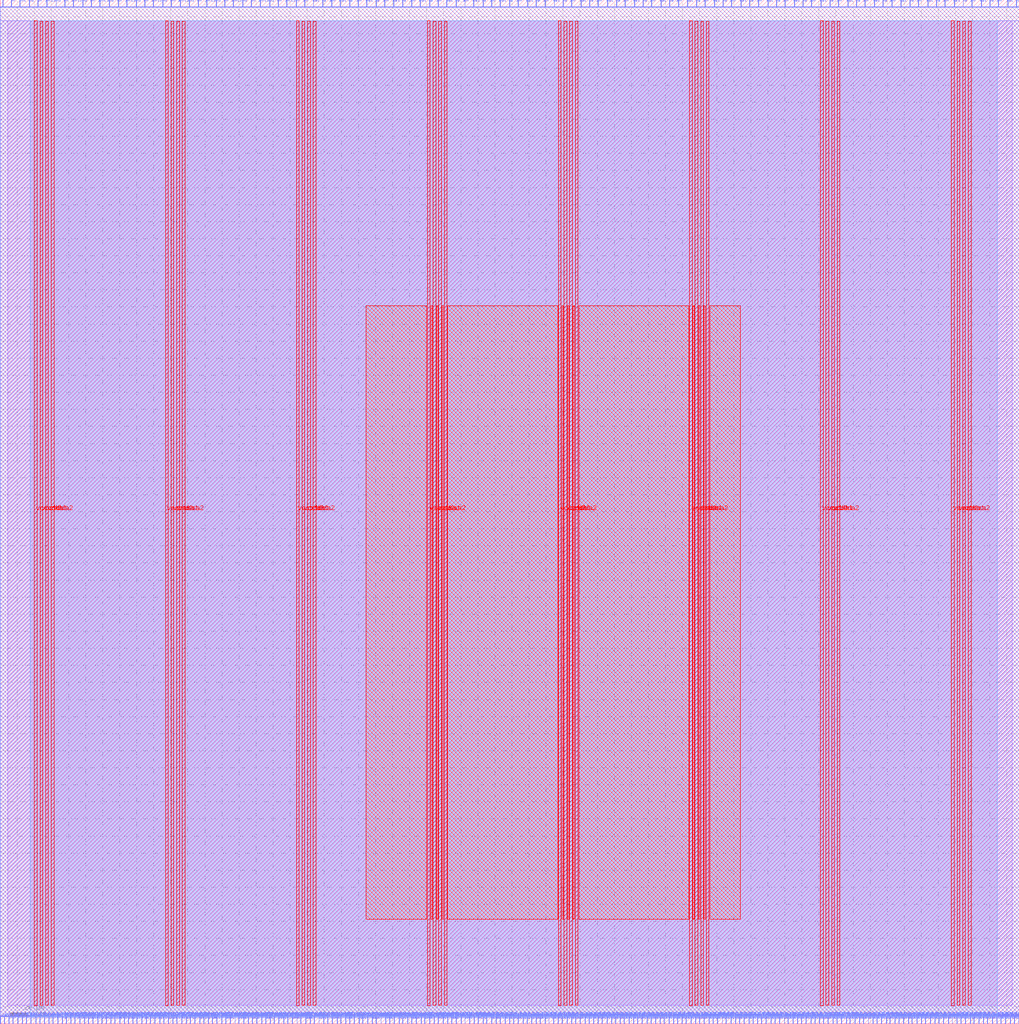
<source format=lef>
VERSION 5.7 ;
  NOWIREEXTENSIONATPIN ON ;
  DIVIDERCHAR "/" ;
  BUSBITCHARS "[]" ;
MACRO DSP48
  CLASS BLOCK ;
  FOREIGN DSP48 ;
  ORIGIN 0.000 0.000 ;
  SIZE 597.400 BY 600.000 ;
  PIN io_in[0]
    DIRECTION INPUT ;
    USE SIGNAL ;
    PORT
      LAYER met2 ;
        RECT 1.400 596.000 1.680 600.000 ;
    END
  END io_in[0]
  PIN io_in[10]
    DIRECTION INPUT ;
    USE SIGNAL ;
    PORT
      LAYER met2 ;
        RECT 157.800 596.000 158.080 600.000 ;
    END
  END io_in[10]
  PIN io_in[11]
    DIRECTION INPUT ;
    USE SIGNAL ;
    PORT
      LAYER met2 ;
        RECT 173.440 596.000 173.720 600.000 ;
    END
  END io_in[11]
  PIN io_in[12]
    DIRECTION INPUT ;
    USE SIGNAL ;
    PORT
      LAYER met2 ;
        RECT 189.080 596.000 189.360 600.000 ;
    END
  END io_in[12]
  PIN io_in[13]
    DIRECTION INPUT ;
    USE SIGNAL ;
    PORT
      LAYER met2 ;
        RECT 204.720 596.000 205.000 600.000 ;
    END
  END io_in[13]
  PIN io_in[14]
    DIRECTION INPUT ;
    USE SIGNAL ;
    PORT
      LAYER met2 ;
        RECT 220.360 596.000 220.640 600.000 ;
    END
  END io_in[14]
  PIN io_in[15]
    DIRECTION INPUT ;
    USE SIGNAL ;
    PORT
      LAYER met2 ;
        RECT 236.000 596.000 236.280 600.000 ;
    END
  END io_in[15]
  PIN io_in[16]
    DIRECTION INPUT ;
    USE SIGNAL ;
    PORT
      LAYER met2 ;
        RECT 251.640 596.000 251.920 600.000 ;
    END
  END io_in[16]
  PIN io_in[17]
    DIRECTION INPUT ;
    USE SIGNAL ;
    PORT
      LAYER met2 ;
        RECT 267.280 596.000 267.560 600.000 ;
    END
  END io_in[17]
  PIN io_in[18]
    DIRECTION INPUT ;
    USE SIGNAL ;
    PORT
      LAYER met2 ;
        RECT 282.920 596.000 283.200 600.000 ;
    END
  END io_in[18]
  PIN io_in[19]
    DIRECTION INPUT ;
    USE SIGNAL ;
    PORT
      LAYER met2 ;
        RECT 298.560 596.000 298.840 600.000 ;
    END
  END io_in[19]
  PIN io_in[1]
    DIRECTION INPUT ;
    USE SIGNAL ;
    PORT
      LAYER met2 ;
        RECT 17.040 596.000 17.320 600.000 ;
    END
  END io_in[1]
  PIN io_in[20]
    DIRECTION INPUT ;
    USE SIGNAL ;
    PORT
      LAYER met2 ;
        RECT 314.200 596.000 314.480 600.000 ;
    END
  END io_in[20]
  PIN io_in[21]
    DIRECTION INPUT ;
    USE SIGNAL ;
    PORT
      LAYER met2 ;
        RECT 329.840 596.000 330.120 600.000 ;
    END
  END io_in[21]
  PIN io_in[22]
    DIRECTION INPUT ;
    USE SIGNAL ;
    PORT
      LAYER met2 ;
        RECT 345.480 596.000 345.760 600.000 ;
    END
  END io_in[22]
  PIN io_in[23]
    DIRECTION INPUT ;
    USE SIGNAL ;
    PORT
      LAYER met2 ;
        RECT 361.120 596.000 361.400 600.000 ;
    END
  END io_in[23]
  PIN io_in[24]
    DIRECTION INPUT ;
    USE SIGNAL ;
    PORT
      LAYER met2 ;
        RECT 376.760 596.000 377.040 600.000 ;
    END
  END io_in[24]
  PIN io_in[25]
    DIRECTION INPUT ;
    USE SIGNAL ;
    PORT
      LAYER met2 ;
        RECT 392.400 596.000 392.680 600.000 ;
    END
  END io_in[25]
  PIN io_in[26]
    DIRECTION INPUT ;
    USE SIGNAL ;
    PORT
      LAYER met2 ;
        RECT 408.040 596.000 408.320 600.000 ;
    END
  END io_in[26]
  PIN io_in[27]
    DIRECTION INPUT ;
    USE SIGNAL ;
    PORT
      LAYER met2 ;
        RECT 423.680 596.000 423.960 600.000 ;
    END
  END io_in[27]
  PIN io_in[28]
    DIRECTION INPUT ;
    USE SIGNAL ;
    PORT
      LAYER met2 ;
        RECT 439.320 596.000 439.600 600.000 ;
    END
  END io_in[28]
  PIN io_in[29]
    DIRECTION INPUT ;
    USE SIGNAL ;
    PORT
      LAYER met2 ;
        RECT 454.960 596.000 455.240 600.000 ;
    END
  END io_in[29]
  PIN io_in[2]
    DIRECTION INPUT ;
    USE SIGNAL ;
    PORT
      LAYER met2 ;
        RECT 32.680 596.000 32.960 600.000 ;
    END
  END io_in[2]
  PIN io_in[30]
    DIRECTION INPUT ;
    USE SIGNAL ;
    PORT
      LAYER met2 ;
        RECT 470.600 596.000 470.880 600.000 ;
    END
  END io_in[30]
  PIN io_in[31]
    DIRECTION INPUT ;
    USE SIGNAL ;
    PORT
      LAYER met2 ;
        RECT 486.240 596.000 486.520 600.000 ;
    END
  END io_in[31]
  PIN io_in[32]
    DIRECTION INPUT ;
    USE SIGNAL ;
    PORT
      LAYER met2 ;
        RECT 501.880 596.000 502.160 600.000 ;
    END
  END io_in[32]
  PIN io_in[33]
    DIRECTION INPUT ;
    USE SIGNAL ;
    PORT
      LAYER met2 ;
        RECT 517.520 596.000 517.800 600.000 ;
    END
  END io_in[33]
  PIN io_in[34]
    DIRECTION INPUT ;
    USE SIGNAL ;
    PORT
      LAYER met2 ;
        RECT 533.160 596.000 533.440 600.000 ;
    END
  END io_in[34]
  PIN io_in[35]
    DIRECTION INPUT ;
    USE SIGNAL ;
    PORT
      LAYER met2 ;
        RECT 548.800 596.000 549.080 600.000 ;
    END
  END io_in[35]
  PIN io_in[36]
    DIRECTION INPUT ;
    USE SIGNAL ;
    PORT
      LAYER met2 ;
        RECT 564.440 596.000 564.720 600.000 ;
    END
  END io_in[36]
  PIN io_in[37]
    DIRECTION INPUT ;
    USE SIGNAL ;
    PORT
      LAYER met2 ;
        RECT 580.080 596.000 580.360 600.000 ;
    END
  END io_in[37]
  PIN io_in[3]
    DIRECTION INPUT ;
    USE SIGNAL ;
    PORT
      LAYER met2 ;
        RECT 48.320 596.000 48.600 600.000 ;
    END
  END io_in[3]
  PIN io_in[4]
    DIRECTION INPUT ;
    USE SIGNAL ;
    PORT
      LAYER met2 ;
        RECT 63.960 596.000 64.240 600.000 ;
    END
  END io_in[4]
  PIN io_in[5]
    DIRECTION INPUT ;
    USE SIGNAL ;
    PORT
      LAYER met2 ;
        RECT 79.600 596.000 79.880 600.000 ;
    END
  END io_in[5]
  PIN io_in[6]
    DIRECTION INPUT ;
    USE SIGNAL ;
    PORT
      LAYER met2 ;
        RECT 95.240 596.000 95.520 600.000 ;
    END
  END io_in[6]
  PIN io_in[7]
    DIRECTION INPUT ;
    USE SIGNAL ;
    PORT
      LAYER met2 ;
        RECT 110.880 596.000 111.160 600.000 ;
    END
  END io_in[7]
  PIN io_in[8]
    DIRECTION INPUT ;
    USE SIGNAL ;
    PORT
      LAYER met2 ;
        RECT 126.520 596.000 126.800 600.000 ;
    END
  END io_in[8]
  PIN io_in[9]
    DIRECTION INPUT ;
    USE SIGNAL ;
    PORT
      LAYER met2 ;
        RECT 142.160 596.000 142.440 600.000 ;
    END
  END io_in[9]
  PIN io_oeb[0]
    DIRECTION OUTPUT TRISTATE ;
    USE SIGNAL ;
    PORT
      LAYER met2 ;
        RECT 6.460 596.000 6.740 600.000 ;
    END
  END io_oeb[0]
  PIN io_oeb[10]
    DIRECTION OUTPUT TRISTATE ;
    USE SIGNAL ;
    PORT
      LAYER met2 ;
        RECT 162.860 596.000 163.140 600.000 ;
    END
  END io_oeb[10]
  PIN io_oeb[11]
    DIRECTION OUTPUT TRISTATE ;
    USE SIGNAL ;
    PORT
      LAYER met2 ;
        RECT 178.500 596.000 178.780 600.000 ;
    END
  END io_oeb[11]
  PIN io_oeb[12]
    DIRECTION OUTPUT TRISTATE ;
    USE SIGNAL ;
    PORT
      LAYER met2 ;
        RECT 194.140 596.000 194.420 600.000 ;
    END
  END io_oeb[12]
  PIN io_oeb[13]
    DIRECTION OUTPUT TRISTATE ;
    USE SIGNAL ;
    PORT
      LAYER met2 ;
        RECT 209.780 596.000 210.060 600.000 ;
    END
  END io_oeb[13]
  PIN io_oeb[14]
    DIRECTION OUTPUT TRISTATE ;
    USE SIGNAL ;
    PORT
      LAYER met2 ;
        RECT 225.420 596.000 225.700 600.000 ;
    END
  END io_oeb[14]
  PIN io_oeb[15]
    DIRECTION OUTPUT TRISTATE ;
    USE SIGNAL ;
    PORT
      LAYER met2 ;
        RECT 241.060 596.000 241.340 600.000 ;
    END
  END io_oeb[15]
  PIN io_oeb[16]
    DIRECTION OUTPUT TRISTATE ;
    USE SIGNAL ;
    PORT
      LAYER met2 ;
        RECT 256.700 596.000 256.980 600.000 ;
    END
  END io_oeb[16]
  PIN io_oeb[17]
    DIRECTION OUTPUT TRISTATE ;
    USE SIGNAL ;
    PORT
      LAYER met2 ;
        RECT 272.340 596.000 272.620 600.000 ;
    END
  END io_oeb[17]
  PIN io_oeb[18]
    DIRECTION OUTPUT TRISTATE ;
    USE SIGNAL ;
    PORT
      LAYER met2 ;
        RECT 287.980 596.000 288.260 600.000 ;
    END
  END io_oeb[18]
  PIN io_oeb[19]
    DIRECTION OUTPUT TRISTATE ;
    USE SIGNAL ;
    PORT
      LAYER met2 ;
        RECT 303.620 596.000 303.900 600.000 ;
    END
  END io_oeb[19]
  PIN io_oeb[1]
    DIRECTION OUTPUT TRISTATE ;
    USE SIGNAL ;
    PORT
      LAYER met2 ;
        RECT 22.100 596.000 22.380 600.000 ;
    END
  END io_oeb[1]
  PIN io_oeb[20]
    DIRECTION OUTPUT TRISTATE ;
    USE SIGNAL ;
    PORT
      LAYER met2 ;
        RECT 319.260 596.000 319.540 600.000 ;
    END
  END io_oeb[20]
  PIN io_oeb[21]
    DIRECTION OUTPUT TRISTATE ;
    USE SIGNAL ;
    PORT
      LAYER met2 ;
        RECT 334.900 596.000 335.180 600.000 ;
    END
  END io_oeb[21]
  PIN io_oeb[22]
    DIRECTION OUTPUT TRISTATE ;
    USE SIGNAL ;
    PORT
      LAYER met2 ;
        RECT 350.540 596.000 350.820 600.000 ;
    END
  END io_oeb[22]
  PIN io_oeb[23]
    DIRECTION OUTPUT TRISTATE ;
    USE SIGNAL ;
    PORT
      LAYER met2 ;
        RECT 366.180 596.000 366.460 600.000 ;
    END
  END io_oeb[23]
  PIN io_oeb[24]
    DIRECTION OUTPUT TRISTATE ;
    USE SIGNAL ;
    PORT
      LAYER met2 ;
        RECT 381.820 596.000 382.100 600.000 ;
    END
  END io_oeb[24]
  PIN io_oeb[25]
    DIRECTION OUTPUT TRISTATE ;
    USE SIGNAL ;
    PORT
      LAYER met2 ;
        RECT 397.460 596.000 397.740 600.000 ;
    END
  END io_oeb[25]
  PIN io_oeb[26]
    DIRECTION OUTPUT TRISTATE ;
    USE SIGNAL ;
    PORT
      LAYER met2 ;
        RECT 413.100 596.000 413.380 600.000 ;
    END
  END io_oeb[26]
  PIN io_oeb[27]
    DIRECTION OUTPUT TRISTATE ;
    USE SIGNAL ;
    PORT
      LAYER met2 ;
        RECT 428.740 596.000 429.020 600.000 ;
    END
  END io_oeb[27]
  PIN io_oeb[28]
    DIRECTION OUTPUT TRISTATE ;
    USE SIGNAL ;
    PORT
      LAYER met2 ;
        RECT 444.380 596.000 444.660 600.000 ;
    END
  END io_oeb[28]
  PIN io_oeb[29]
    DIRECTION OUTPUT TRISTATE ;
    USE SIGNAL ;
    PORT
      LAYER met2 ;
        RECT 460.020 596.000 460.300 600.000 ;
    END
  END io_oeb[29]
  PIN io_oeb[2]
    DIRECTION OUTPUT TRISTATE ;
    USE SIGNAL ;
    PORT
      LAYER met2 ;
        RECT 37.740 596.000 38.020 600.000 ;
    END
  END io_oeb[2]
  PIN io_oeb[30]
    DIRECTION OUTPUT TRISTATE ;
    USE SIGNAL ;
    PORT
      LAYER met2 ;
        RECT 475.660 596.000 475.940 600.000 ;
    END
  END io_oeb[30]
  PIN io_oeb[31]
    DIRECTION OUTPUT TRISTATE ;
    USE SIGNAL ;
    PORT
      LAYER met2 ;
        RECT 491.300 596.000 491.580 600.000 ;
    END
  END io_oeb[31]
  PIN io_oeb[32]
    DIRECTION OUTPUT TRISTATE ;
    USE SIGNAL ;
    PORT
      LAYER met2 ;
        RECT 506.940 596.000 507.220 600.000 ;
    END
  END io_oeb[32]
  PIN io_oeb[33]
    DIRECTION OUTPUT TRISTATE ;
    USE SIGNAL ;
    PORT
      LAYER met2 ;
        RECT 522.580 596.000 522.860 600.000 ;
    END
  END io_oeb[33]
  PIN io_oeb[34]
    DIRECTION OUTPUT TRISTATE ;
    USE SIGNAL ;
    PORT
      LAYER met2 ;
        RECT 538.220 596.000 538.500 600.000 ;
    END
  END io_oeb[34]
  PIN io_oeb[35]
    DIRECTION OUTPUT TRISTATE ;
    USE SIGNAL ;
    PORT
      LAYER met2 ;
        RECT 553.860 596.000 554.140 600.000 ;
    END
  END io_oeb[35]
  PIN io_oeb[36]
    DIRECTION OUTPUT TRISTATE ;
    USE SIGNAL ;
    PORT
      LAYER met2 ;
        RECT 569.500 596.000 569.780 600.000 ;
    END
  END io_oeb[36]
  PIN io_oeb[37]
    DIRECTION OUTPUT TRISTATE ;
    USE SIGNAL ;
    PORT
      LAYER met2 ;
        RECT 585.140 596.000 585.420 600.000 ;
    END
  END io_oeb[37]
  PIN io_oeb[3]
    DIRECTION OUTPUT TRISTATE ;
    USE SIGNAL ;
    PORT
      LAYER met2 ;
        RECT 53.380 596.000 53.660 600.000 ;
    END
  END io_oeb[3]
  PIN io_oeb[4]
    DIRECTION OUTPUT TRISTATE ;
    USE SIGNAL ;
    PORT
      LAYER met2 ;
        RECT 69.020 596.000 69.300 600.000 ;
    END
  END io_oeb[4]
  PIN io_oeb[5]
    DIRECTION OUTPUT TRISTATE ;
    USE SIGNAL ;
    PORT
      LAYER met2 ;
        RECT 84.660 596.000 84.940 600.000 ;
    END
  END io_oeb[5]
  PIN io_oeb[6]
    DIRECTION OUTPUT TRISTATE ;
    USE SIGNAL ;
    PORT
      LAYER met2 ;
        RECT 100.300 596.000 100.580 600.000 ;
    END
  END io_oeb[6]
  PIN io_oeb[7]
    DIRECTION OUTPUT TRISTATE ;
    USE SIGNAL ;
    PORT
      LAYER met2 ;
        RECT 115.940 596.000 116.220 600.000 ;
    END
  END io_oeb[7]
  PIN io_oeb[8]
    DIRECTION OUTPUT TRISTATE ;
    USE SIGNAL ;
    PORT
      LAYER met2 ;
        RECT 131.580 596.000 131.860 600.000 ;
    END
  END io_oeb[8]
  PIN io_oeb[9]
    DIRECTION OUTPUT TRISTATE ;
    USE SIGNAL ;
    PORT
      LAYER met2 ;
        RECT 147.220 596.000 147.500 600.000 ;
    END
  END io_oeb[9]
  PIN io_out[0]
    DIRECTION OUTPUT TRISTATE ;
    USE SIGNAL ;
    PORT
      LAYER met2 ;
        RECT 11.520 596.000 11.800 600.000 ;
    END
  END io_out[0]
  PIN io_out[10]
    DIRECTION OUTPUT TRISTATE ;
    USE SIGNAL ;
    PORT
      LAYER met2 ;
        RECT 167.920 596.000 168.200 600.000 ;
    END
  END io_out[10]
  PIN io_out[11]
    DIRECTION OUTPUT TRISTATE ;
    USE SIGNAL ;
    PORT
      LAYER met2 ;
        RECT 183.560 596.000 183.840 600.000 ;
    END
  END io_out[11]
  PIN io_out[12]
    DIRECTION OUTPUT TRISTATE ;
    USE SIGNAL ;
    PORT
      LAYER met2 ;
        RECT 199.200 596.000 199.480 600.000 ;
    END
  END io_out[12]
  PIN io_out[13]
    DIRECTION OUTPUT TRISTATE ;
    USE SIGNAL ;
    PORT
      LAYER met2 ;
        RECT 214.840 596.000 215.120 600.000 ;
    END
  END io_out[13]
  PIN io_out[14]
    DIRECTION OUTPUT TRISTATE ;
    USE SIGNAL ;
    PORT
      LAYER met2 ;
        RECT 230.480 596.000 230.760 600.000 ;
    END
  END io_out[14]
  PIN io_out[15]
    DIRECTION OUTPUT TRISTATE ;
    USE SIGNAL ;
    PORT
      LAYER met2 ;
        RECT 246.120 596.000 246.400 600.000 ;
    END
  END io_out[15]
  PIN io_out[16]
    DIRECTION OUTPUT TRISTATE ;
    USE SIGNAL ;
    PORT
      LAYER met2 ;
        RECT 261.760 596.000 262.040 600.000 ;
    END
  END io_out[16]
  PIN io_out[17]
    DIRECTION OUTPUT TRISTATE ;
    USE SIGNAL ;
    PORT
      LAYER met2 ;
        RECT 277.400 596.000 277.680 600.000 ;
    END
  END io_out[17]
  PIN io_out[18]
    DIRECTION OUTPUT TRISTATE ;
    USE SIGNAL ;
    PORT
      LAYER met2 ;
        RECT 293.040 596.000 293.320 600.000 ;
    END
  END io_out[18]
  PIN io_out[19]
    DIRECTION OUTPUT TRISTATE ;
    USE SIGNAL ;
    PORT
      LAYER met2 ;
        RECT 309.140 596.000 309.420 600.000 ;
    END
  END io_out[19]
  PIN io_out[1]
    DIRECTION OUTPUT TRISTATE ;
    USE SIGNAL ;
    PORT
      LAYER met2 ;
        RECT 27.160 596.000 27.440 600.000 ;
    END
  END io_out[1]
  PIN io_out[20]
    DIRECTION OUTPUT TRISTATE ;
    USE SIGNAL ;
    PORT
      LAYER met2 ;
        RECT 324.780 596.000 325.060 600.000 ;
    END
  END io_out[20]
  PIN io_out[21]
    DIRECTION OUTPUT TRISTATE ;
    USE SIGNAL ;
    PORT
      LAYER met2 ;
        RECT 340.420 596.000 340.700 600.000 ;
    END
  END io_out[21]
  PIN io_out[22]
    DIRECTION OUTPUT TRISTATE ;
    USE SIGNAL ;
    PORT
      LAYER met2 ;
        RECT 356.060 596.000 356.340 600.000 ;
    END
  END io_out[22]
  PIN io_out[23]
    DIRECTION OUTPUT TRISTATE ;
    USE SIGNAL ;
    PORT
      LAYER met2 ;
        RECT 371.700 596.000 371.980 600.000 ;
    END
  END io_out[23]
  PIN io_out[24]
    DIRECTION OUTPUT TRISTATE ;
    USE SIGNAL ;
    PORT
      LAYER met2 ;
        RECT 387.340 596.000 387.620 600.000 ;
    END
  END io_out[24]
  PIN io_out[25]
    DIRECTION OUTPUT TRISTATE ;
    USE SIGNAL ;
    PORT
      LAYER met2 ;
        RECT 402.980 596.000 403.260 600.000 ;
    END
  END io_out[25]
  PIN io_out[26]
    DIRECTION OUTPUT TRISTATE ;
    USE SIGNAL ;
    PORT
      LAYER met2 ;
        RECT 418.620 596.000 418.900 600.000 ;
    END
  END io_out[26]
  PIN io_out[27]
    DIRECTION OUTPUT TRISTATE ;
    USE SIGNAL ;
    PORT
      LAYER met2 ;
        RECT 434.260 596.000 434.540 600.000 ;
    END
  END io_out[27]
  PIN io_out[28]
    DIRECTION OUTPUT TRISTATE ;
    USE SIGNAL ;
    PORT
      LAYER met2 ;
        RECT 449.900 596.000 450.180 600.000 ;
    END
  END io_out[28]
  PIN io_out[29]
    DIRECTION OUTPUT TRISTATE ;
    USE SIGNAL ;
    PORT
      LAYER met2 ;
        RECT 465.540 596.000 465.820 600.000 ;
    END
  END io_out[29]
  PIN io_out[2]
    DIRECTION OUTPUT TRISTATE ;
    USE SIGNAL ;
    PORT
      LAYER met2 ;
        RECT 42.800 596.000 43.080 600.000 ;
    END
  END io_out[2]
  PIN io_out[30]
    DIRECTION OUTPUT TRISTATE ;
    USE SIGNAL ;
    PORT
      LAYER met2 ;
        RECT 481.180 596.000 481.460 600.000 ;
    END
  END io_out[30]
  PIN io_out[31]
    DIRECTION OUTPUT TRISTATE ;
    USE SIGNAL ;
    PORT
      LAYER met2 ;
        RECT 496.820 596.000 497.100 600.000 ;
    END
  END io_out[31]
  PIN io_out[32]
    DIRECTION OUTPUT TRISTATE ;
    USE SIGNAL ;
    PORT
      LAYER met2 ;
        RECT 512.460 596.000 512.740 600.000 ;
    END
  END io_out[32]
  PIN io_out[33]
    DIRECTION OUTPUT TRISTATE ;
    USE SIGNAL ;
    PORT
      LAYER met2 ;
        RECT 528.100 596.000 528.380 600.000 ;
    END
  END io_out[33]
  PIN io_out[34]
    DIRECTION OUTPUT TRISTATE ;
    USE SIGNAL ;
    PORT
      LAYER met2 ;
        RECT 543.740 596.000 544.020 600.000 ;
    END
  END io_out[34]
  PIN io_out[35]
    DIRECTION OUTPUT TRISTATE ;
    USE SIGNAL ;
    PORT
      LAYER met2 ;
        RECT 559.380 596.000 559.660 600.000 ;
    END
  END io_out[35]
  PIN io_out[36]
    DIRECTION OUTPUT TRISTATE ;
    USE SIGNAL ;
    PORT
      LAYER met2 ;
        RECT 575.020 596.000 575.300 600.000 ;
    END
  END io_out[36]
  PIN io_out[37]
    DIRECTION OUTPUT TRISTATE ;
    USE SIGNAL ;
    PORT
      LAYER met2 ;
        RECT 590.660 596.000 590.940 600.000 ;
    END
  END io_out[37]
  PIN io_out[3]
    DIRECTION OUTPUT TRISTATE ;
    USE SIGNAL ;
    PORT
      LAYER met2 ;
        RECT 58.440 596.000 58.720 600.000 ;
    END
  END io_out[3]
  PIN io_out[4]
    DIRECTION OUTPUT TRISTATE ;
    USE SIGNAL ;
    PORT
      LAYER met2 ;
        RECT 74.080 596.000 74.360 600.000 ;
    END
  END io_out[4]
  PIN io_out[5]
    DIRECTION OUTPUT TRISTATE ;
    USE SIGNAL ;
    PORT
      LAYER met2 ;
        RECT 89.720 596.000 90.000 600.000 ;
    END
  END io_out[5]
  PIN io_out[6]
    DIRECTION OUTPUT TRISTATE ;
    USE SIGNAL ;
    PORT
      LAYER met2 ;
        RECT 105.360 596.000 105.640 600.000 ;
    END
  END io_out[6]
  PIN io_out[7]
    DIRECTION OUTPUT TRISTATE ;
    USE SIGNAL ;
    PORT
      LAYER met2 ;
        RECT 121.000 596.000 121.280 600.000 ;
    END
  END io_out[7]
  PIN io_out[8]
    DIRECTION OUTPUT TRISTATE ;
    USE SIGNAL ;
    PORT
      LAYER met2 ;
        RECT 136.640 596.000 136.920 600.000 ;
    END
  END io_out[8]
  PIN io_out[9]
    DIRECTION OUTPUT TRISTATE ;
    USE SIGNAL ;
    PORT
      LAYER met2 ;
        RECT 152.280 596.000 152.560 600.000 ;
    END
  END io_out[9]
  PIN la_data_in[0]
    DIRECTION INPUT ;
    USE SIGNAL ;
    PORT
      LAYER met2 ;
        RECT 267.280 0.000 267.560 4.000 ;
    END
  END la_data_in[0]
  PIN la_data_in[100]
    DIRECTION INPUT ;
    USE SIGNAL ;
    PORT
      LAYER met2 ;
        RECT 526.720 0.000 527.000 4.000 ;
    END
  END la_data_in[100]
  PIN la_data_in[101]
    DIRECTION INPUT ;
    USE SIGNAL ;
    PORT
      LAYER met2 ;
        RECT 529.480 0.000 529.760 4.000 ;
    END
  END la_data_in[101]
  PIN la_data_in[102]
    DIRECTION INPUT ;
    USE SIGNAL ;
    PORT
      LAYER met2 ;
        RECT 532.240 0.000 532.520 4.000 ;
    END
  END la_data_in[102]
  PIN la_data_in[103]
    DIRECTION INPUT ;
    USE SIGNAL ;
    PORT
      LAYER met2 ;
        RECT 534.540 0.000 534.820 4.000 ;
    END
  END la_data_in[103]
  PIN la_data_in[104]
    DIRECTION INPUT ;
    USE SIGNAL ;
    PORT
      LAYER met2 ;
        RECT 537.300 0.000 537.580 4.000 ;
    END
  END la_data_in[104]
  PIN la_data_in[105]
    DIRECTION INPUT ;
    USE SIGNAL ;
    PORT
      LAYER met2 ;
        RECT 540.060 0.000 540.340 4.000 ;
    END
  END la_data_in[105]
  PIN la_data_in[106]
    DIRECTION INPUT ;
    USE SIGNAL ;
    PORT
      LAYER met2 ;
        RECT 542.360 0.000 542.640 4.000 ;
    END
  END la_data_in[106]
  PIN la_data_in[107]
    DIRECTION INPUT ;
    USE SIGNAL ;
    PORT
      LAYER met2 ;
        RECT 545.120 0.000 545.400 4.000 ;
    END
  END la_data_in[107]
  PIN la_data_in[108]
    DIRECTION INPUT ;
    USE SIGNAL ;
    PORT
      LAYER met2 ;
        RECT 547.880 0.000 548.160 4.000 ;
    END
  END la_data_in[108]
  PIN la_data_in[109]
    DIRECTION INPUT ;
    USE SIGNAL ;
    PORT
      LAYER met2 ;
        RECT 550.180 0.000 550.460 4.000 ;
    END
  END la_data_in[109]
  PIN la_data_in[10]
    DIRECTION INPUT ;
    USE SIGNAL ;
    PORT
      LAYER met2 ;
        RECT 293.040 0.000 293.320 4.000 ;
    END
  END la_data_in[10]
  PIN la_data_in[110]
    DIRECTION INPUT ;
    USE SIGNAL ;
    PORT
      LAYER met2 ;
        RECT 552.940 0.000 553.220 4.000 ;
    END
  END la_data_in[110]
  PIN la_data_in[111]
    DIRECTION INPUT ;
    USE SIGNAL ;
    PORT
      LAYER met2 ;
        RECT 555.700 0.000 555.980 4.000 ;
    END
  END la_data_in[111]
  PIN la_data_in[112]
    DIRECTION INPUT ;
    USE SIGNAL ;
    PORT
      LAYER met2 ;
        RECT 558.000 0.000 558.280 4.000 ;
    END
  END la_data_in[112]
  PIN la_data_in[113]
    DIRECTION INPUT ;
    USE SIGNAL ;
    PORT
      LAYER met2 ;
        RECT 560.760 0.000 561.040 4.000 ;
    END
  END la_data_in[113]
  PIN la_data_in[114]
    DIRECTION INPUT ;
    USE SIGNAL ;
    PORT
      LAYER met2 ;
        RECT 563.060 0.000 563.340 4.000 ;
    END
  END la_data_in[114]
  PIN la_data_in[115]
    DIRECTION INPUT ;
    USE SIGNAL ;
    PORT
      LAYER met2 ;
        RECT 565.820 0.000 566.100 4.000 ;
    END
  END la_data_in[115]
  PIN la_data_in[116]
    DIRECTION INPUT ;
    USE SIGNAL ;
    PORT
      LAYER met2 ;
        RECT 568.580 0.000 568.860 4.000 ;
    END
  END la_data_in[116]
  PIN la_data_in[117]
    DIRECTION INPUT ;
    USE SIGNAL ;
    PORT
      LAYER met2 ;
        RECT 570.880 0.000 571.160 4.000 ;
    END
  END la_data_in[117]
  PIN la_data_in[118]
    DIRECTION INPUT ;
    USE SIGNAL ;
    PORT
      LAYER met2 ;
        RECT 573.640 0.000 573.920 4.000 ;
    END
  END la_data_in[118]
  PIN la_data_in[119]
    DIRECTION INPUT ;
    USE SIGNAL ;
    PORT
      LAYER met2 ;
        RECT 576.400 0.000 576.680 4.000 ;
    END
  END la_data_in[119]
  PIN la_data_in[11]
    DIRECTION INPUT ;
    USE SIGNAL ;
    PORT
      LAYER met2 ;
        RECT 295.800 0.000 296.080 4.000 ;
    END
  END la_data_in[11]
  PIN la_data_in[120]
    DIRECTION INPUT ;
    USE SIGNAL ;
    PORT
      LAYER met2 ;
        RECT 578.700 0.000 578.980 4.000 ;
    END
  END la_data_in[120]
  PIN la_data_in[121]
    DIRECTION INPUT ;
    USE SIGNAL ;
    PORT
      LAYER met2 ;
        RECT 581.460 0.000 581.740 4.000 ;
    END
  END la_data_in[121]
  PIN la_data_in[122]
    DIRECTION INPUT ;
    USE SIGNAL ;
    PORT
      LAYER met2 ;
        RECT 584.220 0.000 584.500 4.000 ;
    END
  END la_data_in[122]
  PIN la_data_in[123]
    DIRECTION INPUT ;
    USE SIGNAL ;
    PORT
      LAYER met2 ;
        RECT 586.520 0.000 586.800 4.000 ;
    END
  END la_data_in[123]
  PIN la_data_in[124]
    DIRECTION INPUT ;
    USE SIGNAL ;
    PORT
      LAYER met2 ;
        RECT 589.280 0.000 589.560 4.000 ;
    END
  END la_data_in[124]
  PIN la_data_in[125]
    DIRECTION INPUT ;
    USE SIGNAL ;
    PORT
      LAYER met2 ;
        RECT 592.040 0.000 592.320 4.000 ;
    END
  END la_data_in[125]
  PIN la_data_in[126]
    DIRECTION INPUT ;
    USE SIGNAL ;
    PORT
      LAYER met2 ;
        RECT 594.340 0.000 594.620 4.000 ;
    END
  END la_data_in[126]
  PIN la_data_in[127]
    DIRECTION INPUT ;
    USE SIGNAL ;
    PORT
      LAYER met2 ;
        RECT 597.100 0.000 597.380 4.000 ;
    END
  END la_data_in[127]
  PIN la_data_in[12]
    DIRECTION INPUT ;
    USE SIGNAL ;
    PORT
      LAYER met2 ;
        RECT 298.560 0.000 298.840 4.000 ;
    END
  END la_data_in[12]
  PIN la_data_in[13]
    DIRECTION INPUT ;
    USE SIGNAL ;
    PORT
      LAYER met2 ;
        RECT 300.860 0.000 301.140 4.000 ;
    END
  END la_data_in[13]
  PIN la_data_in[14]
    DIRECTION INPUT ;
    USE SIGNAL ;
    PORT
      LAYER met2 ;
        RECT 303.620 0.000 303.900 4.000 ;
    END
  END la_data_in[14]
  PIN la_data_in[15]
    DIRECTION INPUT ;
    USE SIGNAL ;
    PORT
      LAYER met2 ;
        RECT 306.380 0.000 306.660 4.000 ;
    END
  END la_data_in[15]
  PIN la_data_in[16]
    DIRECTION INPUT ;
    USE SIGNAL ;
    PORT
      LAYER met2 ;
        RECT 308.680 0.000 308.960 4.000 ;
    END
  END la_data_in[16]
  PIN la_data_in[17]
    DIRECTION INPUT ;
    USE SIGNAL ;
    PORT
      LAYER met2 ;
        RECT 311.440 0.000 311.720 4.000 ;
    END
  END la_data_in[17]
  PIN la_data_in[18]
    DIRECTION INPUT ;
    USE SIGNAL ;
    PORT
      LAYER met2 ;
        RECT 314.200 0.000 314.480 4.000 ;
    END
  END la_data_in[18]
  PIN la_data_in[19]
    DIRECTION INPUT ;
    USE SIGNAL ;
    PORT
      LAYER met2 ;
        RECT 316.500 0.000 316.780 4.000 ;
    END
  END la_data_in[19]
  PIN la_data_in[1]
    DIRECTION INPUT ;
    USE SIGNAL ;
    PORT
      LAYER met2 ;
        RECT 270.040 0.000 270.320 4.000 ;
    END
  END la_data_in[1]
  PIN la_data_in[20]
    DIRECTION INPUT ;
    USE SIGNAL ;
    PORT
      LAYER met2 ;
        RECT 319.260 0.000 319.540 4.000 ;
    END
  END la_data_in[20]
  PIN la_data_in[21]
    DIRECTION INPUT ;
    USE SIGNAL ;
    PORT
      LAYER met2 ;
        RECT 321.560 0.000 321.840 4.000 ;
    END
  END la_data_in[21]
  PIN la_data_in[22]
    DIRECTION INPUT ;
    USE SIGNAL ;
    PORT
      LAYER met2 ;
        RECT 324.320 0.000 324.600 4.000 ;
    END
  END la_data_in[22]
  PIN la_data_in[23]
    DIRECTION INPUT ;
    USE SIGNAL ;
    PORT
      LAYER met2 ;
        RECT 327.080 0.000 327.360 4.000 ;
    END
  END la_data_in[23]
  PIN la_data_in[24]
    DIRECTION INPUT ;
    USE SIGNAL ;
    PORT
      LAYER met2 ;
        RECT 329.380 0.000 329.660 4.000 ;
    END
  END la_data_in[24]
  PIN la_data_in[25]
    DIRECTION INPUT ;
    USE SIGNAL ;
    PORT
      LAYER met2 ;
        RECT 332.140 0.000 332.420 4.000 ;
    END
  END la_data_in[25]
  PIN la_data_in[26]
    DIRECTION INPUT ;
    USE SIGNAL ;
    PORT
      LAYER met2 ;
        RECT 334.900 0.000 335.180 4.000 ;
    END
  END la_data_in[26]
  PIN la_data_in[27]
    DIRECTION INPUT ;
    USE SIGNAL ;
    PORT
      LAYER met2 ;
        RECT 337.200 0.000 337.480 4.000 ;
    END
  END la_data_in[27]
  PIN la_data_in[28]
    DIRECTION INPUT ;
    USE SIGNAL ;
    PORT
      LAYER met2 ;
        RECT 339.960 0.000 340.240 4.000 ;
    END
  END la_data_in[28]
  PIN la_data_in[29]
    DIRECTION INPUT ;
    USE SIGNAL ;
    PORT
      LAYER met2 ;
        RECT 342.720 0.000 343.000 4.000 ;
    END
  END la_data_in[29]
  PIN la_data_in[2]
    DIRECTION INPUT ;
    USE SIGNAL ;
    PORT
      LAYER met2 ;
        RECT 272.340 0.000 272.620 4.000 ;
    END
  END la_data_in[2]
  PIN la_data_in[30]
    DIRECTION INPUT ;
    USE SIGNAL ;
    PORT
      LAYER met2 ;
        RECT 345.020 0.000 345.300 4.000 ;
    END
  END la_data_in[30]
  PIN la_data_in[31]
    DIRECTION INPUT ;
    USE SIGNAL ;
    PORT
      LAYER met2 ;
        RECT 347.780 0.000 348.060 4.000 ;
    END
  END la_data_in[31]
  PIN la_data_in[32]
    DIRECTION INPUT ;
    USE SIGNAL ;
    PORT
      LAYER met2 ;
        RECT 350.540 0.000 350.820 4.000 ;
    END
  END la_data_in[32]
  PIN la_data_in[33]
    DIRECTION INPUT ;
    USE SIGNAL ;
    PORT
      LAYER met2 ;
        RECT 352.840 0.000 353.120 4.000 ;
    END
  END la_data_in[33]
  PIN la_data_in[34]
    DIRECTION INPUT ;
    USE SIGNAL ;
    PORT
      LAYER met2 ;
        RECT 355.600 0.000 355.880 4.000 ;
    END
  END la_data_in[34]
  PIN la_data_in[35]
    DIRECTION INPUT ;
    USE SIGNAL ;
    PORT
      LAYER met2 ;
        RECT 358.360 0.000 358.640 4.000 ;
    END
  END la_data_in[35]
  PIN la_data_in[36]
    DIRECTION INPUT ;
    USE SIGNAL ;
    PORT
      LAYER met2 ;
        RECT 360.660 0.000 360.940 4.000 ;
    END
  END la_data_in[36]
  PIN la_data_in[37]
    DIRECTION INPUT ;
    USE SIGNAL ;
    PORT
      LAYER met2 ;
        RECT 363.420 0.000 363.700 4.000 ;
    END
  END la_data_in[37]
  PIN la_data_in[38]
    DIRECTION INPUT ;
    USE SIGNAL ;
    PORT
      LAYER met2 ;
        RECT 365.720 0.000 366.000 4.000 ;
    END
  END la_data_in[38]
  PIN la_data_in[39]
    DIRECTION INPUT ;
    USE SIGNAL ;
    PORT
      LAYER met2 ;
        RECT 368.480 0.000 368.760 4.000 ;
    END
  END la_data_in[39]
  PIN la_data_in[3]
    DIRECTION INPUT ;
    USE SIGNAL ;
    PORT
      LAYER met2 ;
        RECT 275.100 0.000 275.380 4.000 ;
    END
  END la_data_in[3]
  PIN la_data_in[40]
    DIRECTION INPUT ;
    USE SIGNAL ;
    PORT
      LAYER met2 ;
        RECT 371.240 0.000 371.520 4.000 ;
    END
  END la_data_in[40]
  PIN la_data_in[41]
    DIRECTION INPUT ;
    USE SIGNAL ;
    PORT
      LAYER met2 ;
        RECT 373.540 0.000 373.820 4.000 ;
    END
  END la_data_in[41]
  PIN la_data_in[42]
    DIRECTION INPUT ;
    USE SIGNAL ;
    PORT
      LAYER met2 ;
        RECT 376.300 0.000 376.580 4.000 ;
    END
  END la_data_in[42]
  PIN la_data_in[43]
    DIRECTION INPUT ;
    USE SIGNAL ;
    PORT
      LAYER met2 ;
        RECT 379.060 0.000 379.340 4.000 ;
    END
  END la_data_in[43]
  PIN la_data_in[44]
    DIRECTION INPUT ;
    USE SIGNAL ;
    PORT
      LAYER met2 ;
        RECT 381.360 0.000 381.640 4.000 ;
    END
  END la_data_in[44]
  PIN la_data_in[45]
    DIRECTION INPUT ;
    USE SIGNAL ;
    PORT
      LAYER met2 ;
        RECT 384.120 0.000 384.400 4.000 ;
    END
  END la_data_in[45]
  PIN la_data_in[46]
    DIRECTION INPUT ;
    USE SIGNAL ;
    PORT
      LAYER met2 ;
        RECT 386.880 0.000 387.160 4.000 ;
    END
  END la_data_in[46]
  PIN la_data_in[47]
    DIRECTION INPUT ;
    USE SIGNAL ;
    PORT
      LAYER met2 ;
        RECT 389.180 0.000 389.460 4.000 ;
    END
  END la_data_in[47]
  PIN la_data_in[48]
    DIRECTION INPUT ;
    USE SIGNAL ;
    PORT
      LAYER met2 ;
        RECT 391.940 0.000 392.220 4.000 ;
    END
  END la_data_in[48]
  PIN la_data_in[49]
    DIRECTION INPUT ;
    USE SIGNAL ;
    PORT
      LAYER met2 ;
        RECT 394.700 0.000 394.980 4.000 ;
    END
  END la_data_in[49]
  PIN la_data_in[4]
    DIRECTION INPUT ;
    USE SIGNAL ;
    PORT
      LAYER met2 ;
        RECT 277.860 0.000 278.140 4.000 ;
    END
  END la_data_in[4]
  PIN la_data_in[50]
    DIRECTION INPUT ;
    USE SIGNAL ;
    PORT
      LAYER met2 ;
        RECT 397.000 0.000 397.280 4.000 ;
    END
  END la_data_in[50]
  PIN la_data_in[51]
    DIRECTION INPUT ;
    USE SIGNAL ;
    PORT
      LAYER met2 ;
        RECT 399.760 0.000 400.040 4.000 ;
    END
  END la_data_in[51]
  PIN la_data_in[52]
    DIRECTION INPUT ;
    USE SIGNAL ;
    PORT
      LAYER met2 ;
        RECT 402.060 0.000 402.340 4.000 ;
    END
  END la_data_in[52]
  PIN la_data_in[53]
    DIRECTION INPUT ;
    USE SIGNAL ;
    PORT
      LAYER met2 ;
        RECT 404.820 0.000 405.100 4.000 ;
    END
  END la_data_in[53]
  PIN la_data_in[54]
    DIRECTION INPUT ;
    USE SIGNAL ;
    PORT
      LAYER met2 ;
        RECT 407.580 0.000 407.860 4.000 ;
    END
  END la_data_in[54]
  PIN la_data_in[55]
    DIRECTION INPUT ;
    USE SIGNAL ;
    PORT
      LAYER met2 ;
        RECT 409.880 0.000 410.160 4.000 ;
    END
  END la_data_in[55]
  PIN la_data_in[56]
    DIRECTION INPUT ;
    USE SIGNAL ;
    PORT
      LAYER met2 ;
        RECT 412.640 0.000 412.920 4.000 ;
    END
  END la_data_in[56]
  PIN la_data_in[57]
    DIRECTION INPUT ;
    USE SIGNAL ;
    PORT
      LAYER met2 ;
        RECT 415.400 0.000 415.680 4.000 ;
    END
  END la_data_in[57]
  PIN la_data_in[58]
    DIRECTION INPUT ;
    USE SIGNAL ;
    PORT
      LAYER met2 ;
        RECT 417.700 0.000 417.980 4.000 ;
    END
  END la_data_in[58]
  PIN la_data_in[59]
    DIRECTION INPUT ;
    USE SIGNAL ;
    PORT
      LAYER met2 ;
        RECT 420.460 0.000 420.740 4.000 ;
    END
  END la_data_in[59]
  PIN la_data_in[5]
    DIRECTION INPUT ;
    USE SIGNAL ;
    PORT
      LAYER met2 ;
        RECT 280.160 0.000 280.440 4.000 ;
    END
  END la_data_in[5]
  PIN la_data_in[60]
    DIRECTION INPUT ;
    USE SIGNAL ;
    PORT
      LAYER met2 ;
        RECT 423.220 0.000 423.500 4.000 ;
    END
  END la_data_in[60]
  PIN la_data_in[61]
    DIRECTION INPUT ;
    USE SIGNAL ;
    PORT
      LAYER met2 ;
        RECT 425.520 0.000 425.800 4.000 ;
    END
  END la_data_in[61]
  PIN la_data_in[62]
    DIRECTION INPUT ;
    USE SIGNAL ;
    PORT
      LAYER met2 ;
        RECT 428.280 0.000 428.560 4.000 ;
    END
  END la_data_in[62]
  PIN la_data_in[63]
    DIRECTION INPUT ;
    USE SIGNAL ;
    PORT
      LAYER met2 ;
        RECT 431.040 0.000 431.320 4.000 ;
    END
  END la_data_in[63]
  PIN la_data_in[64]
    DIRECTION INPUT ;
    USE SIGNAL ;
    PORT
      LAYER met2 ;
        RECT 433.340 0.000 433.620 4.000 ;
    END
  END la_data_in[64]
  PIN la_data_in[65]
    DIRECTION INPUT ;
    USE SIGNAL ;
    PORT
      LAYER met2 ;
        RECT 436.100 0.000 436.380 4.000 ;
    END
  END la_data_in[65]
  PIN la_data_in[66]
    DIRECTION INPUT ;
    USE SIGNAL ;
    PORT
      LAYER met2 ;
        RECT 438.860 0.000 439.140 4.000 ;
    END
  END la_data_in[66]
  PIN la_data_in[67]
    DIRECTION INPUT ;
    USE SIGNAL ;
    PORT
      LAYER met2 ;
        RECT 441.160 0.000 441.440 4.000 ;
    END
  END la_data_in[67]
  PIN la_data_in[68]
    DIRECTION INPUT ;
    USE SIGNAL ;
    PORT
      LAYER met2 ;
        RECT 443.920 0.000 444.200 4.000 ;
    END
  END la_data_in[68]
  PIN la_data_in[69]
    DIRECTION INPUT ;
    USE SIGNAL ;
    PORT
      LAYER met2 ;
        RECT 446.220 0.000 446.500 4.000 ;
    END
  END la_data_in[69]
  PIN la_data_in[6]
    DIRECTION INPUT ;
    USE SIGNAL ;
    PORT
      LAYER met2 ;
        RECT 282.920 0.000 283.200 4.000 ;
    END
  END la_data_in[6]
  PIN la_data_in[70]
    DIRECTION INPUT ;
    USE SIGNAL ;
    PORT
      LAYER met2 ;
        RECT 448.980 0.000 449.260 4.000 ;
    END
  END la_data_in[70]
  PIN la_data_in[71]
    DIRECTION INPUT ;
    USE SIGNAL ;
    PORT
      LAYER met2 ;
        RECT 451.740 0.000 452.020 4.000 ;
    END
  END la_data_in[71]
  PIN la_data_in[72]
    DIRECTION INPUT ;
    USE SIGNAL ;
    PORT
      LAYER met2 ;
        RECT 454.040 0.000 454.320 4.000 ;
    END
  END la_data_in[72]
  PIN la_data_in[73]
    DIRECTION INPUT ;
    USE SIGNAL ;
    PORT
      LAYER met2 ;
        RECT 456.800 0.000 457.080 4.000 ;
    END
  END la_data_in[73]
  PIN la_data_in[74]
    DIRECTION INPUT ;
    USE SIGNAL ;
    PORT
      LAYER met2 ;
        RECT 459.560 0.000 459.840 4.000 ;
    END
  END la_data_in[74]
  PIN la_data_in[75]
    DIRECTION INPUT ;
    USE SIGNAL ;
    PORT
      LAYER met2 ;
        RECT 461.860 0.000 462.140 4.000 ;
    END
  END la_data_in[75]
  PIN la_data_in[76]
    DIRECTION INPUT ;
    USE SIGNAL ;
    PORT
      LAYER met2 ;
        RECT 464.620 0.000 464.900 4.000 ;
    END
  END la_data_in[76]
  PIN la_data_in[77]
    DIRECTION INPUT ;
    USE SIGNAL ;
    PORT
      LAYER met2 ;
        RECT 467.380 0.000 467.660 4.000 ;
    END
  END la_data_in[77]
  PIN la_data_in[78]
    DIRECTION INPUT ;
    USE SIGNAL ;
    PORT
      LAYER met2 ;
        RECT 469.680 0.000 469.960 4.000 ;
    END
  END la_data_in[78]
  PIN la_data_in[79]
    DIRECTION INPUT ;
    USE SIGNAL ;
    PORT
      LAYER met2 ;
        RECT 472.440 0.000 472.720 4.000 ;
    END
  END la_data_in[79]
  PIN la_data_in[7]
    DIRECTION INPUT ;
    USE SIGNAL ;
    PORT
      LAYER met2 ;
        RECT 285.220 0.000 285.500 4.000 ;
    END
  END la_data_in[7]
  PIN la_data_in[80]
    DIRECTION INPUT ;
    USE SIGNAL ;
    PORT
      LAYER met2 ;
        RECT 475.200 0.000 475.480 4.000 ;
    END
  END la_data_in[80]
  PIN la_data_in[81]
    DIRECTION INPUT ;
    USE SIGNAL ;
    PORT
      LAYER met2 ;
        RECT 477.500 0.000 477.780 4.000 ;
    END
  END la_data_in[81]
  PIN la_data_in[82]
    DIRECTION INPUT ;
    USE SIGNAL ;
    PORT
      LAYER met2 ;
        RECT 480.260 0.000 480.540 4.000 ;
    END
  END la_data_in[82]
  PIN la_data_in[83]
    DIRECTION INPUT ;
    USE SIGNAL ;
    PORT
      LAYER met2 ;
        RECT 482.560 0.000 482.840 4.000 ;
    END
  END la_data_in[83]
  PIN la_data_in[84]
    DIRECTION INPUT ;
    USE SIGNAL ;
    PORT
      LAYER met2 ;
        RECT 485.320 0.000 485.600 4.000 ;
    END
  END la_data_in[84]
  PIN la_data_in[85]
    DIRECTION INPUT ;
    USE SIGNAL ;
    PORT
      LAYER met2 ;
        RECT 488.080 0.000 488.360 4.000 ;
    END
  END la_data_in[85]
  PIN la_data_in[86]
    DIRECTION INPUT ;
    USE SIGNAL ;
    PORT
      LAYER met2 ;
        RECT 490.380 0.000 490.660 4.000 ;
    END
  END la_data_in[86]
  PIN la_data_in[87]
    DIRECTION INPUT ;
    USE SIGNAL ;
    PORT
      LAYER met2 ;
        RECT 493.140 0.000 493.420 4.000 ;
    END
  END la_data_in[87]
  PIN la_data_in[88]
    DIRECTION INPUT ;
    USE SIGNAL ;
    PORT
      LAYER met2 ;
        RECT 495.900 0.000 496.180 4.000 ;
    END
  END la_data_in[88]
  PIN la_data_in[89]
    DIRECTION INPUT ;
    USE SIGNAL ;
    PORT
      LAYER met2 ;
        RECT 498.200 0.000 498.480 4.000 ;
    END
  END la_data_in[89]
  PIN la_data_in[8]
    DIRECTION INPUT ;
    USE SIGNAL ;
    PORT
      LAYER met2 ;
        RECT 287.980 0.000 288.260 4.000 ;
    END
  END la_data_in[8]
  PIN la_data_in[90]
    DIRECTION INPUT ;
    USE SIGNAL ;
    PORT
      LAYER met2 ;
        RECT 500.960 0.000 501.240 4.000 ;
    END
  END la_data_in[90]
  PIN la_data_in[91]
    DIRECTION INPUT ;
    USE SIGNAL ;
    PORT
      LAYER met2 ;
        RECT 503.720 0.000 504.000 4.000 ;
    END
  END la_data_in[91]
  PIN la_data_in[92]
    DIRECTION INPUT ;
    USE SIGNAL ;
    PORT
      LAYER met2 ;
        RECT 506.020 0.000 506.300 4.000 ;
    END
  END la_data_in[92]
  PIN la_data_in[93]
    DIRECTION INPUT ;
    USE SIGNAL ;
    PORT
      LAYER met2 ;
        RECT 508.780 0.000 509.060 4.000 ;
    END
  END la_data_in[93]
  PIN la_data_in[94]
    DIRECTION INPUT ;
    USE SIGNAL ;
    PORT
      LAYER met2 ;
        RECT 511.540 0.000 511.820 4.000 ;
    END
  END la_data_in[94]
  PIN la_data_in[95]
    DIRECTION INPUT ;
    USE SIGNAL ;
    PORT
      LAYER met2 ;
        RECT 513.840 0.000 514.120 4.000 ;
    END
  END la_data_in[95]
  PIN la_data_in[96]
    DIRECTION INPUT ;
    USE SIGNAL ;
    PORT
      LAYER met2 ;
        RECT 516.600 0.000 516.880 4.000 ;
    END
  END la_data_in[96]
  PIN la_data_in[97]
    DIRECTION INPUT ;
    USE SIGNAL ;
    PORT
      LAYER met2 ;
        RECT 519.360 0.000 519.640 4.000 ;
    END
  END la_data_in[97]
  PIN la_data_in[98]
    DIRECTION INPUT ;
    USE SIGNAL ;
    PORT
      LAYER met2 ;
        RECT 521.660 0.000 521.940 4.000 ;
    END
  END la_data_in[98]
  PIN la_data_in[99]
    DIRECTION INPUT ;
    USE SIGNAL ;
    PORT
      LAYER met2 ;
        RECT 524.420 0.000 524.700 4.000 ;
    END
  END la_data_in[99]
  PIN la_data_in[9]
    DIRECTION INPUT ;
    USE SIGNAL ;
    PORT
      LAYER met2 ;
        RECT 290.740 0.000 291.020 4.000 ;
    END
  END la_data_in[9]
  PIN user_clock2
    DIRECTION INPUT ;
    USE SIGNAL ;
    PORT
      LAYER met2 ;
        RECT 595.720 596.000 596.000 600.000 ;
    END
  END user_clock2
  PIN wb_ACK
    DIRECTION OUTPUT TRISTATE ;
    USE SIGNAL ;
    PORT
      LAYER met2 ;
        RECT 0.020 0.000 0.300 4.000 ;
    END
  END wb_ACK
  PIN wb_ADR[0]
    DIRECTION INPUT ;
    USE SIGNAL ;
    PORT
      LAYER met2 ;
        RECT 17.960 0.000 18.240 4.000 ;
    END
  END wb_ADR[0]
  PIN wb_ADR[10]
    DIRECTION INPUT ;
    USE SIGNAL ;
    PORT
      LAYER met2 ;
        RECT 95.700 0.000 95.980 4.000 ;
    END
  END wb_ADR[10]
  PIN wb_ADR[11]
    DIRECTION INPUT ;
    USE SIGNAL ;
    PORT
      LAYER met2 ;
        RECT 103.520 0.000 103.800 4.000 ;
    END
  END wb_ADR[11]
  PIN wb_ADR[12]
    DIRECTION INPUT ;
    USE SIGNAL ;
    PORT
      LAYER met2 ;
        RECT 111.340 0.000 111.620 4.000 ;
    END
  END wb_ADR[12]
  PIN wb_ADR[13]
    DIRECTION INPUT ;
    USE SIGNAL ;
    PORT
      LAYER met2 ;
        RECT 119.160 0.000 119.440 4.000 ;
    END
  END wb_ADR[13]
  PIN wb_ADR[14]
    DIRECTION INPUT ;
    USE SIGNAL ;
    PORT
      LAYER met2 ;
        RECT 126.980 0.000 127.260 4.000 ;
    END
  END wb_ADR[14]
  PIN wb_ADR[15]
    DIRECTION INPUT ;
    USE SIGNAL ;
    PORT
      LAYER met2 ;
        RECT 134.800 0.000 135.080 4.000 ;
    END
  END wb_ADR[15]
  PIN wb_ADR[16]
    DIRECTION INPUT ;
    USE SIGNAL ;
    PORT
      LAYER met2 ;
        RECT 142.620 0.000 142.900 4.000 ;
    END
  END wb_ADR[16]
  PIN wb_ADR[17]
    DIRECTION INPUT ;
    USE SIGNAL ;
    PORT
      LAYER met2 ;
        RECT 150.440 0.000 150.720 4.000 ;
    END
  END wb_ADR[17]
  PIN wb_ADR[18]
    DIRECTION INPUT ;
    USE SIGNAL ;
    PORT
      LAYER met2 ;
        RECT 158.260 0.000 158.540 4.000 ;
    END
  END wb_ADR[18]
  PIN wb_ADR[19]
    DIRECTION INPUT ;
    USE SIGNAL ;
    PORT
      LAYER met2 ;
        RECT 166.080 0.000 166.360 4.000 ;
    END
  END wb_ADR[19]
  PIN wb_ADR[1]
    DIRECTION INPUT ;
    USE SIGNAL ;
    PORT
      LAYER met2 ;
        RECT 25.780 0.000 26.060 4.000 ;
    END
  END wb_ADR[1]
  PIN wb_ADR[20]
    DIRECTION INPUT ;
    USE SIGNAL ;
    PORT
      LAYER met2 ;
        RECT 173.900 0.000 174.180 4.000 ;
    END
  END wb_ADR[20]
  PIN wb_ADR[21]
    DIRECTION INPUT ;
    USE SIGNAL ;
    PORT
      LAYER met2 ;
        RECT 181.720 0.000 182.000 4.000 ;
    END
  END wb_ADR[21]
  PIN wb_ADR[22]
    DIRECTION INPUT ;
    USE SIGNAL ;
    PORT
      LAYER met2 ;
        RECT 189.540 0.000 189.820 4.000 ;
    END
  END wb_ADR[22]
  PIN wb_ADR[23]
    DIRECTION INPUT ;
    USE SIGNAL ;
    PORT
      LAYER met2 ;
        RECT 197.360 0.000 197.640 4.000 ;
    END
  END wb_ADR[23]
  PIN wb_ADR[24]
    DIRECTION INPUT ;
    USE SIGNAL ;
    PORT
      LAYER met2 ;
        RECT 204.720 0.000 205.000 4.000 ;
    END
  END wb_ADR[24]
  PIN wb_ADR[25]
    DIRECTION INPUT ;
    USE SIGNAL ;
    PORT
      LAYER met2 ;
        RECT 212.540 0.000 212.820 4.000 ;
    END
  END wb_ADR[25]
  PIN wb_ADR[26]
    DIRECTION INPUT ;
    USE SIGNAL ;
    PORT
      LAYER met2 ;
        RECT 220.360 0.000 220.640 4.000 ;
    END
  END wb_ADR[26]
  PIN wb_ADR[27]
    DIRECTION INPUT ;
    USE SIGNAL ;
    PORT
      LAYER met2 ;
        RECT 228.180 0.000 228.460 4.000 ;
    END
  END wb_ADR[27]
  PIN wb_ADR[28]
    DIRECTION INPUT ;
    USE SIGNAL ;
    PORT
      LAYER met2 ;
        RECT 236.000 0.000 236.280 4.000 ;
    END
  END wb_ADR[28]
  PIN wb_ADR[29]
    DIRECTION INPUT ;
    USE SIGNAL ;
    PORT
      LAYER met2 ;
        RECT 243.820 0.000 244.100 4.000 ;
    END
  END wb_ADR[29]
  PIN wb_ADR[2]
    DIRECTION INPUT ;
    USE SIGNAL ;
    PORT
      LAYER met2 ;
        RECT 33.600 0.000 33.880 4.000 ;
    END
  END wb_ADR[2]
  PIN wb_ADR[30]
    DIRECTION INPUT ;
    USE SIGNAL ;
    PORT
      LAYER met2 ;
        RECT 251.640 0.000 251.920 4.000 ;
    END
  END wb_ADR[30]
  PIN wb_ADR[31]
    DIRECTION INPUT ;
    USE SIGNAL ;
    PORT
      LAYER met2 ;
        RECT 259.460 0.000 259.740 4.000 ;
    END
  END wb_ADR[31]
  PIN wb_ADR[3]
    DIRECTION INPUT ;
    USE SIGNAL ;
    PORT
      LAYER met2 ;
        RECT 41.420 0.000 41.700 4.000 ;
    END
  END wb_ADR[3]
  PIN wb_ADR[4]
    DIRECTION INPUT ;
    USE SIGNAL ;
    PORT
      LAYER met2 ;
        RECT 49.240 0.000 49.520 4.000 ;
    END
  END wb_ADR[4]
  PIN wb_ADR[5]
    DIRECTION INPUT ;
    USE SIGNAL ;
    PORT
      LAYER met2 ;
        RECT 57.060 0.000 57.340 4.000 ;
    END
  END wb_ADR[5]
  PIN wb_ADR[6]
    DIRECTION INPUT ;
    USE SIGNAL ;
    PORT
      LAYER met2 ;
        RECT 64.880 0.000 65.160 4.000 ;
    END
  END wb_ADR[6]
  PIN wb_ADR[7]
    DIRECTION INPUT ;
    USE SIGNAL ;
    PORT
      LAYER met2 ;
        RECT 72.700 0.000 72.980 4.000 ;
    END
  END wb_ADR[7]
  PIN wb_ADR[8]
    DIRECTION INPUT ;
    USE SIGNAL ;
    PORT
      LAYER met2 ;
        RECT 80.060 0.000 80.340 4.000 ;
    END
  END wb_ADR[8]
  PIN wb_ADR[9]
    DIRECTION INPUT ;
    USE SIGNAL ;
    PORT
      LAYER met2 ;
        RECT 87.880 0.000 88.160 4.000 ;
    END
  END wb_ADR[9]
  PIN wb_CYC
    DIRECTION INPUT ;
    USE SIGNAL ;
    PORT
      LAYER met2 ;
        RECT 2.320 0.000 2.600 4.000 ;
    END
  END wb_CYC
  PIN wb_DAT_MISO[0]
    DIRECTION OUTPUT TRISTATE ;
    USE SIGNAL ;
    PORT
      LAYER met2 ;
        RECT 20.720 0.000 21.000 4.000 ;
    END
  END wb_DAT_MISO[0]
  PIN wb_DAT_MISO[10]
    DIRECTION OUTPUT TRISTATE ;
    USE SIGNAL ;
    PORT
      LAYER met2 ;
        RECT 98.460 0.000 98.740 4.000 ;
    END
  END wb_DAT_MISO[10]
  PIN wb_DAT_MISO[11]
    DIRECTION OUTPUT TRISTATE ;
    USE SIGNAL ;
    PORT
      LAYER met2 ;
        RECT 106.280 0.000 106.560 4.000 ;
    END
  END wb_DAT_MISO[11]
  PIN wb_DAT_MISO[12]
    DIRECTION OUTPUT TRISTATE ;
    USE SIGNAL ;
    PORT
      LAYER met2 ;
        RECT 114.100 0.000 114.380 4.000 ;
    END
  END wb_DAT_MISO[12]
  PIN wb_DAT_MISO[13]
    DIRECTION OUTPUT TRISTATE ;
    USE SIGNAL ;
    PORT
      LAYER met2 ;
        RECT 121.920 0.000 122.200 4.000 ;
    END
  END wb_DAT_MISO[13]
  PIN wb_DAT_MISO[14]
    DIRECTION OUTPUT TRISTATE ;
    USE SIGNAL ;
    PORT
      LAYER met2 ;
        RECT 129.740 0.000 130.020 4.000 ;
    END
  END wb_DAT_MISO[14]
  PIN wb_DAT_MISO[15]
    DIRECTION OUTPUT TRISTATE ;
    USE SIGNAL ;
    PORT
      LAYER met2 ;
        RECT 137.560 0.000 137.840 4.000 ;
    END
  END wb_DAT_MISO[15]
  PIN wb_DAT_MISO[16]
    DIRECTION OUTPUT TRISTATE ;
    USE SIGNAL ;
    PORT
      LAYER met2 ;
        RECT 145.380 0.000 145.660 4.000 ;
    END
  END wb_DAT_MISO[16]
  PIN wb_DAT_MISO[17]
    DIRECTION OUTPUT TRISTATE ;
    USE SIGNAL ;
    PORT
      LAYER met2 ;
        RECT 153.200 0.000 153.480 4.000 ;
    END
  END wb_DAT_MISO[17]
  PIN wb_DAT_MISO[18]
    DIRECTION OUTPUT TRISTATE ;
    USE SIGNAL ;
    PORT
      LAYER met2 ;
        RECT 160.560 0.000 160.840 4.000 ;
    END
  END wb_DAT_MISO[18]
  PIN wb_DAT_MISO[19]
    DIRECTION OUTPUT TRISTATE ;
    USE SIGNAL ;
    PORT
      LAYER met2 ;
        RECT 168.380 0.000 168.660 4.000 ;
    END
  END wb_DAT_MISO[19]
  PIN wb_DAT_MISO[1]
    DIRECTION OUTPUT TRISTATE ;
    USE SIGNAL ;
    PORT
      LAYER met2 ;
        RECT 28.540 0.000 28.820 4.000 ;
    END
  END wb_DAT_MISO[1]
  PIN wb_DAT_MISO[20]
    DIRECTION OUTPUT TRISTATE ;
    USE SIGNAL ;
    PORT
      LAYER met2 ;
        RECT 176.200 0.000 176.480 4.000 ;
    END
  END wb_DAT_MISO[20]
  PIN wb_DAT_MISO[21]
    DIRECTION OUTPUT TRISTATE ;
    USE SIGNAL ;
    PORT
      LAYER met2 ;
        RECT 184.020 0.000 184.300 4.000 ;
    END
  END wb_DAT_MISO[21]
  PIN wb_DAT_MISO[22]
    DIRECTION OUTPUT TRISTATE ;
    USE SIGNAL ;
    PORT
      LAYER met2 ;
        RECT 191.840 0.000 192.120 4.000 ;
    END
  END wb_DAT_MISO[22]
  PIN wb_DAT_MISO[23]
    DIRECTION OUTPUT TRISTATE ;
    USE SIGNAL ;
    PORT
      LAYER met2 ;
        RECT 199.660 0.000 199.940 4.000 ;
    END
  END wb_DAT_MISO[23]
  PIN wb_DAT_MISO[24]
    DIRECTION OUTPUT TRISTATE ;
    USE SIGNAL ;
    PORT
      LAYER met2 ;
        RECT 207.480 0.000 207.760 4.000 ;
    END
  END wb_DAT_MISO[24]
  PIN wb_DAT_MISO[25]
    DIRECTION OUTPUT TRISTATE ;
    USE SIGNAL ;
    PORT
      LAYER met2 ;
        RECT 215.300 0.000 215.580 4.000 ;
    END
  END wb_DAT_MISO[25]
  PIN wb_DAT_MISO[26]
    DIRECTION OUTPUT TRISTATE ;
    USE SIGNAL ;
    PORT
      LAYER met2 ;
        RECT 223.120 0.000 223.400 4.000 ;
    END
  END wb_DAT_MISO[26]
  PIN wb_DAT_MISO[27]
    DIRECTION OUTPUT TRISTATE ;
    USE SIGNAL ;
    PORT
      LAYER met2 ;
        RECT 230.940 0.000 231.220 4.000 ;
    END
  END wb_DAT_MISO[27]
  PIN wb_DAT_MISO[28]
    DIRECTION OUTPUT TRISTATE ;
    USE SIGNAL ;
    PORT
      LAYER met2 ;
        RECT 238.760 0.000 239.040 4.000 ;
    END
  END wb_DAT_MISO[28]
  PIN wb_DAT_MISO[29]
    DIRECTION OUTPUT TRISTATE ;
    USE SIGNAL ;
    PORT
      LAYER met2 ;
        RECT 246.580 0.000 246.860 4.000 ;
    END
  END wb_DAT_MISO[29]
  PIN wb_DAT_MISO[2]
    DIRECTION OUTPUT TRISTATE ;
    USE SIGNAL ;
    PORT
      LAYER met2 ;
        RECT 36.360 0.000 36.640 4.000 ;
    END
  END wb_DAT_MISO[2]
  PIN wb_DAT_MISO[30]
    DIRECTION OUTPUT TRISTATE ;
    USE SIGNAL ;
    PORT
      LAYER met2 ;
        RECT 254.400 0.000 254.680 4.000 ;
    END
  END wb_DAT_MISO[30]
  PIN wb_DAT_MISO[31]
    DIRECTION OUTPUT TRISTATE ;
    USE SIGNAL ;
    PORT
      LAYER met2 ;
        RECT 262.220 0.000 262.500 4.000 ;
    END
  END wb_DAT_MISO[31]
  PIN wb_DAT_MISO[3]
    DIRECTION OUTPUT TRISTATE ;
    USE SIGNAL ;
    PORT
      LAYER met2 ;
        RECT 43.720 0.000 44.000 4.000 ;
    END
  END wb_DAT_MISO[3]
  PIN wb_DAT_MISO[4]
    DIRECTION OUTPUT TRISTATE ;
    USE SIGNAL ;
    PORT
      LAYER met2 ;
        RECT 51.540 0.000 51.820 4.000 ;
    END
  END wb_DAT_MISO[4]
  PIN wb_DAT_MISO[5]
    DIRECTION OUTPUT TRISTATE ;
    USE SIGNAL ;
    PORT
      LAYER met2 ;
        RECT 59.360 0.000 59.640 4.000 ;
    END
  END wb_DAT_MISO[5]
  PIN wb_DAT_MISO[6]
    DIRECTION OUTPUT TRISTATE ;
    USE SIGNAL ;
    PORT
      LAYER met2 ;
        RECT 67.180 0.000 67.460 4.000 ;
    END
  END wb_DAT_MISO[6]
  PIN wb_DAT_MISO[7]
    DIRECTION OUTPUT TRISTATE ;
    USE SIGNAL ;
    PORT
      LAYER met2 ;
        RECT 75.000 0.000 75.280 4.000 ;
    END
  END wb_DAT_MISO[7]
  PIN wb_DAT_MISO[8]
    DIRECTION OUTPUT TRISTATE ;
    USE SIGNAL ;
    PORT
      LAYER met2 ;
        RECT 82.820 0.000 83.100 4.000 ;
    END
  END wb_DAT_MISO[8]
  PIN wb_DAT_MISO[9]
    DIRECTION OUTPUT TRISTATE ;
    USE SIGNAL ;
    PORT
      LAYER met2 ;
        RECT 90.640 0.000 90.920 4.000 ;
    END
  END wb_DAT_MISO[9]
  PIN wb_DAT_MOSI[0]
    DIRECTION INPUT ;
    USE SIGNAL ;
    PORT
      LAYER met2 ;
        RECT 23.020 0.000 23.300 4.000 ;
    END
  END wb_DAT_MOSI[0]
  PIN wb_DAT_MOSI[10]
    DIRECTION INPUT ;
    USE SIGNAL ;
    PORT
      LAYER met2 ;
        RECT 101.220 0.000 101.500 4.000 ;
    END
  END wb_DAT_MOSI[10]
  PIN wb_DAT_MOSI[11]
    DIRECTION INPUT ;
    USE SIGNAL ;
    PORT
      LAYER met2 ;
        RECT 109.040 0.000 109.320 4.000 ;
    END
  END wb_DAT_MOSI[11]
  PIN wb_DAT_MOSI[12]
    DIRECTION INPUT ;
    USE SIGNAL ;
    PORT
      LAYER met2 ;
        RECT 116.860 0.000 117.140 4.000 ;
    END
  END wb_DAT_MOSI[12]
  PIN wb_DAT_MOSI[13]
    DIRECTION INPUT ;
    USE SIGNAL ;
    PORT
      LAYER met2 ;
        RECT 124.220 0.000 124.500 4.000 ;
    END
  END wb_DAT_MOSI[13]
  PIN wb_DAT_MOSI[14]
    DIRECTION INPUT ;
    USE SIGNAL ;
    PORT
      LAYER met2 ;
        RECT 132.040 0.000 132.320 4.000 ;
    END
  END wb_DAT_MOSI[14]
  PIN wb_DAT_MOSI[15]
    DIRECTION INPUT ;
    USE SIGNAL ;
    PORT
      LAYER met2 ;
        RECT 139.860 0.000 140.140 4.000 ;
    END
  END wb_DAT_MOSI[15]
  PIN wb_DAT_MOSI[16]
    DIRECTION INPUT ;
    USE SIGNAL ;
    PORT
      LAYER met2 ;
        RECT 147.680 0.000 147.960 4.000 ;
    END
  END wb_DAT_MOSI[16]
  PIN wb_DAT_MOSI[17]
    DIRECTION INPUT ;
    USE SIGNAL ;
    PORT
      LAYER met2 ;
        RECT 155.500 0.000 155.780 4.000 ;
    END
  END wb_DAT_MOSI[17]
  PIN wb_DAT_MOSI[18]
    DIRECTION INPUT ;
    USE SIGNAL ;
    PORT
      LAYER met2 ;
        RECT 163.320 0.000 163.600 4.000 ;
    END
  END wb_DAT_MOSI[18]
  PIN wb_DAT_MOSI[19]
    DIRECTION INPUT ;
    USE SIGNAL ;
    PORT
      LAYER met2 ;
        RECT 171.140 0.000 171.420 4.000 ;
    END
  END wb_DAT_MOSI[19]
  PIN wb_DAT_MOSI[1]
    DIRECTION INPUT ;
    USE SIGNAL ;
    PORT
      LAYER met2 ;
        RECT 30.840 0.000 31.120 4.000 ;
    END
  END wb_DAT_MOSI[1]
  PIN wb_DAT_MOSI[20]
    DIRECTION INPUT ;
    USE SIGNAL ;
    PORT
      LAYER met2 ;
        RECT 178.960 0.000 179.240 4.000 ;
    END
  END wb_DAT_MOSI[20]
  PIN wb_DAT_MOSI[21]
    DIRECTION INPUT ;
    USE SIGNAL ;
    PORT
      LAYER met2 ;
        RECT 186.780 0.000 187.060 4.000 ;
    END
  END wb_DAT_MOSI[21]
  PIN wb_DAT_MOSI[22]
    DIRECTION INPUT ;
    USE SIGNAL ;
    PORT
      LAYER met2 ;
        RECT 194.600 0.000 194.880 4.000 ;
    END
  END wb_DAT_MOSI[22]
  PIN wb_DAT_MOSI[23]
    DIRECTION INPUT ;
    USE SIGNAL ;
    PORT
      LAYER met2 ;
        RECT 202.420 0.000 202.700 4.000 ;
    END
  END wb_DAT_MOSI[23]
  PIN wb_DAT_MOSI[24]
    DIRECTION INPUT ;
    USE SIGNAL ;
    PORT
      LAYER met2 ;
        RECT 210.240 0.000 210.520 4.000 ;
    END
  END wb_DAT_MOSI[24]
  PIN wb_DAT_MOSI[25]
    DIRECTION INPUT ;
    USE SIGNAL ;
    PORT
      LAYER met2 ;
        RECT 218.060 0.000 218.340 4.000 ;
    END
  END wb_DAT_MOSI[25]
  PIN wb_DAT_MOSI[26]
    DIRECTION INPUT ;
    USE SIGNAL ;
    PORT
      LAYER met2 ;
        RECT 225.880 0.000 226.160 4.000 ;
    END
  END wb_DAT_MOSI[26]
  PIN wb_DAT_MOSI[27]
    DIRECTION INPUT ;
    USE SIGNAL ;
    PORT
      LAYER met2 ;
        RECT 233.700 0.000 233.980 4.000 ;
    END
  END wb_DAT_MOSI[27]
  PIN wb_DAT_MOSI[28]
    DIRECTION INPUT ;
    USE SIGNAL ;
    PORT
      LAYER met2 ;
        RECT 241.060 0.000 241.340 4.000 ;
    END
  END wb_DAT_MOSI[28]
  PIN wb_DAT_MOSI[29]
    DIRECTION INPUT ;
    USE SIGNAL ;
    PORT
      LAYER met2 ;
        RECT 248.880 0.000 249.160 4.000 ;
    END
  END wb_DAT_MOSI[29]
  PIN wb_DAT_MOSI[2]
    DIRECTION INPUT ;
    USE SIGNAL ;
    PORT
      LAYER met2 ;
        RECT 38.660 0.000 38.940 4.000 ;
    END
  END wb_DAT_MOSI[2]
  PIN wb_DAT_MOSI[30]
    DIRECTION INPUT ;
    USE SIGNAL ;
    PORT
      LAYER met2 ;
        RECT 256.700 0.000 256.980 4.000 ;
    END
  END wb_DAT_MOSI[30]
  PIN wb_DAT_MOSI[31]
    DIRECTION INPUT ;
    USE SIGNAL ;
    PORT
      LAYER met2 ;
        RECT 264.520 0.000 264.800 4.000 ;
    END
  END wb_DAT_MOSI[31]
  PIN wb_DAT_MOSI[3]
    DIRECTION INPUT ;
    USE SIGNAL ;
    PORT
      LAYER met2 ;
        RECT 46.480 0.000 46.760 4.000 ;
    END
  END wb_DAT_MOSI[3]
  PIN wb_DAT_MOSI[4]
    DIRECTION INPUT ;
    USE SIGNAL ;
    PORT
      LAYER met2 ;
        RECT 54.300 0.000 54.580 4.000 ;
    END
  END wb_DAT_MOSI[4]
  PIN wb_DAT_MOSI[5]
    DIRECTION INPUT ;
    USE SIGNAL ;
    PORT
      LAYER met2 ;
        RECT 62.120 0.000 62.400 4.000 ;
    END
  END wb_DAT_MOSI[5]
  PIN wb_DAT_MOSI[6]
    DIRECTION INPUT ;
    USE SIGNAL ;
    PORT
      LAYER met2 ;
        RECT 69.940 0.000 70.220 4.000 ;
    END
  END wb_DAT_MOSI[6]
  PIN wb_DAT_MOSI[7]
    DIRECTION INPUT ;
    USE SIGNAL ;
    PORT
      LAYER met2 ;
        RECT 77.760 0.000 78.040 4.000 ;
    END
  END wb_DAT_MOSI[7]
  PIN wb_DAT_MOSI[8]
    DIRECTION INPUT ;
    USE SIGNAL ;
    PORT
      LAYER met2 ;
        RECT 85.580 0.000 85.860 4.000 ;
    END
  END wb_DAT_MOSI[8]
  PIN wb_DAT_MOSI[9]
    DIRECTION INPUT ;
    USE SIGNAL ;
    PORT
      LAYER met2 ;
        RECT 93.400 0.000 93.680 4.000 ;
    END
  END wb_DAT_MOSI[9]
  PIN wb_SEL
    DIRECTION INPUT ;
    USE SIGNAL ;
    PORT
      LAYER met2 ;
        RECT 5.080 0.000 5.360 4.000 ;
    END
  END wb_SEL
  PIN wb_STB
    DIRECTION INPUT ;
    USE SIGNAL ;
    PORT
      LAYER met2 ;
        RECT 7.380 0.000 7.660 4.000 ;
    END
  END wb_STB
  PIN wb_WE
    DIRECTION INPUT ;
    USE SIGNAL ;
    PORT
      LAYER met2 ;
        RECT 10.140 0.000 10.420 4.000 ;
    END
  END wb_WE
  PIN wb_clk_i
    DIRECTION INPUT ;
    USE SIGNAL ;
    PORT
      LAYER met2 ;
        RECT 12.900 0.000 13.180 4.000 ;
    END
  END wb_clk_i
  PIN wb_rst_i
    DIRECTION INPUT ;
    USE SIGNAL ;
    PORT
      LAYER met2 ;
        RECT 15.200 0.000 15.480 4.000 ;
    END
  END wb_rst_i
  PIN vccd1
    DIRECTION INOUT ;
    USE POWER ;
    PORT
      LAYER met4 ;
        RECT 480.850 10.640 482.450 587.760 ;
    END
  END vccd1
  PIN vccd1
    DIRECTION INOUT ;
    USE POWER ;
    PORT
      LAYER met4 ;
        RECT 327.250 10.640 328.850 587.760 ;
    END
  END vccd1
  PIN vccd1
    DIRECTION INOUT ;
    USE POWER ;
    PORT
      LAYER met4 ;
        RECT 173.650 10.640 175.250 587.760 ;
    END
  END vccd1
  PIN vccd1
    DIRECTION INOUT ;
    USE POWER ;
    PORT
      LAYER met4 ;
        RECT 20.050 10.640 21.650 587.760 ;
    END
  END vccd1
  PIN vssd1
    DIRECTION INOUT ;
    USE GROUND ;
    PORT
      LAYER met4 ;
        RECT 557.650 10.640 559.250 587.760 ;
    END
  END vssd1
  PIN vssd1
    DIRECTION INOUT ;
    USE GROUND ;
    PORT
      LAYER met4 ;
        RECT 404.050 10.640 405.650 587.760 ;
    END
  END vssd1
  PIN vssd1
    DIRECTION INOUT ;
    USE GROUND ;
    PORT
      LAYER met4 ;
        RECT 250.450 10.640 252.050 587.760 ;
    END
  END vssd1
  PIN vssd1
    DIRECTION INOUT ;
    USE GROUND ;
    PORT
      LAYER met4 ;
        RECT 96.850 10.640 98.450 587.760 ;
    END
  END vssd1
  PIN vccd2
    DIRECTION INOUT ;
    USE POWER ;
    PORT
      LAYER met4 ;
        RECT 484.150 10.880 485.750 587.520 ;
    END
  END vccd2
  PIN vccd2
    DIRECTION INOUT ;
    USE POWER ;
    PORT
      LAYER met4 ;
        RECT 330.550 10.880 332.150 587.520 ;
    END
  END vccd2
  PIN vccd2
    DIRECTION INOUT ;
    USE POWER ;
    PORT
      LAYER met4 ;
        RECT 176.950 10.880 178.550 587.520 ;
    END
  END vccd2
  PIN vccd2
    DIRECTION INOUT ;
    USE POWER ;
    PORT
      LAYER met4 ;
        RECT 23.350 10.880 24.950 587.520 ;
    END
  END vccd2
  PIN vssd2
    DIRECTION INOUT ;
    USE GROUND ;
    PORT
      LAYER met4 ;
        RECT 560.950 10.880 562.550 587.520 ;
    END
  END vssd2
  PIN vssd2
    DIRECTION INOUT ;
    USE GROUND ;
    PORT
      LAYER met4 ;
        RECT 407.350 10.880 408.950 587.520 ;
    END
  END vssd2
  PIN vssd2
    DIRECTION INOUT ;
    USE GROUND ;
    PORT
      LAYER met4 ;
        RECT 253.750 10.880 255.350 587.520 ;
    END
  END vssd2
  PIN vssd2
    DIRECTION INOUT ;
    USE GROUND ;
    PORT
      LAYER met4 ;
        RECT 100.150 10.880 101.750 587.520 ;
    END
  END vssd2
  PIN vdda1
    DIRECTION INOUT ;
    USE POWER ;
    PORT
      LAYER met4 ;
        RECT 487.450 10.880 489.050 587.520 ;
    END
  END vdda1
  PIN vdda1
    DIRECTION INOUT ;
    USE POWER ;
    PORT
      LAYER met4 ;
        RECT 333.850 10.880 335.450 587.520 ;
    END
  END vdda1
  PIN vdda1
    DIRECTION INOUT ;
    USE POWER ;
    PORT
      LAYER met4 ;
        RECT 180.250 10.880 181.850 587.520 ;
    END
  END vdda1
  PIN vdda1
    DIRECTION INOUT ;
    USE POWER ;
    PORT
      LAYER met4 ;
        RECT 26.650 10.880 28.250 587.520 ;
    END
  END vdda1
  PIN vssa1
    DIRECTION INOUT ;
    USE GROUND ;
    PORT
      LAYER met4 ;
        RECT 564.250 10.880 565.850 587.520 ;
    END
  END vssa1
  PIN vssa1
    DIRECTION INOUT ;
    USE GROUND ;
    PORT
      LAYER met4 ;
        RECT 410.650 10.880 412.250 587.520 ;
    END
  END vssa1
  PIN vssa1
    DIRECTION INOUT ;
    USE GROUND ;
    PORT
      LAYER met4 ;
        RECT 257.050 10.880 258.650 587.520 ;
    END
  END vssa1
  PIN vssa1
    DIRECTION INOUT ;
    USE GROUND ;
    PORT
      LAYER met4 ;
        RECT 103.450 10.880 105.050 587.520 ;
    END
  END vssa1
  PIN vdda2
    DIRECTION INOUT ;
    USE POWER ;
    PORT
      LAYER met4 ;
        RECT 490.750 10.880 492.350 587.520 ;
    END
  END vdda2
  PIN vdda2
    DIRECTION INOUT ;
    USE POWER ;
    PORT
      LAYER met4 ;
        RECT 337.150 10.880 338.750 587.520 ;
    END
  END vdda2
  PIN vdda2
    DIRECTION INOUT ;
    USE POWER ;
    PORT
      LAYER met4 ;
        RECT 183.550 10.880 185.150 587.520 ;
    END
  END vdda2
  PIN vdda2
    DIRECTION INOUT ;
    USE POWER ;
    PORT
      LAYER met4 ;
        RECT 29.950 10.880 31.550 587.520 ;
    END
  END vdda2
  PIN vssa2
    DIRECTION INOUT ;
    USE GROUND ;
    PORT
      LAYER met4 ;
        RECT 567.550 10.880 569.150 587.520 ;
    END
  END vssa2
  PIN vssa2
    DIRECTION INOUT ;
    USE GROUND ;
    PORT
      LAYER met4 ;
        RECT 413.950 10.880 415.550 587.520 ;
    END
  END vssa2
  PIN vssa2
    DIRECTION INOUT ;
    USE GROUND ;
    PORT
      LAYER met4 ;
        RECT 260.350 10.880 261.950 587.520 ;
    END
  END vssa2
  PIN vssa2
    DIRECTION INOUT ;
    USE GROUND ;
    PORT
      LAYER met4 ;
        RECT 106.750 10.880 108.350 587.520 ;
    END
  END vssa2
  OBS
      LAYER li1 ;
        RECT 4.530 10.795 593.330 587.605 ;
      LAYER met1 ;
        RECT 0.000 4.460 597.400 587.760 ;
      LAYER met2 ;
        RECT 0.030 595.720 1.120 596.000 ;
        RECT 1.960 595.720 6.180 596.000 ;
        RECT 7.020 595.720 11.240 596.000 ;
        RECT 12.080 595.720 16.760 596.000 ;
        RECT 17.600 595.720 21.820 596.000 ;
        RECT 22.660 595.720 26.880 596.000 ;
        RECT 27.720 595.720 32.400 596.000 ;
        RECT 33.240 595.720 37.460 596.000 ;
        RECT 38.300 595.720 42.520 596.000 ;
        RECT 43.360 595.720 48.040 596.000 ;
        RECT 48.880 595.720 53.100 596.000 ;
        RECT 53.940 595.720 58.160 596.000 ;
        RECT 59.000 595.720 63.680 596.000 ;
        RECT 64.520 595.720 68.740 596.000 ;
        RECT 69.580 595.720 73.800 596.000 ;
        RECT 74.640 595.720 79.320 596.000 ;
        RECT 80.160 595.720 84.380 596.000 ;
        RECT 85.220 595.720 89.440 596.000 ;
        RECT 90.280 595.720 94.960 596.000 ;
        RECT 95.800 595.720 100.020 596.000 ;
        RECT 100.860 595.720 105.080 596.000 ;
        RECT 105.920 595.720 110.600 596.000 ;
        RECT 111.440 595.720 115.660 596.000 ;
        RECT 116.500 595.720 120.720 596.000 ;
        RECT 121.560 595.720 126.240 596.000 ;
        RECT 127.080 595.720 131.300 596.000 ;
        RECT 132.140 595.720 136.360 596.000 ;
        RECT 137.200 595.720 141.880 596.000 ;
        RECT 142.720 595.720 146.940 596.000 ;
        RECT 147.780 595.720 152.000 596.000 ;
        RECT 152.840 595.720 157.520 596.000 ;
        RECT 158.360 595.720 162.580 596.000 ;
        RECT 163.420 595.720 167.640 596.000 ;
        RECT 168.480 595.720 173.160 596.000 ;
        RECT 174.000 595.720 178.220 596.000 ;
        RECT 179.060 595.720 183.280 596.000 ;
        RECT 184.120 595.720 188.800 596.000 ;
        RECT 189.640 595.720 193.860 596.000 ;
        RECT 194.700 595.720 198.920 596.000 ;
        RECT 199.760 595.720 204.440 596.000 ;
        RECT 205.280 595.720 209.500 596.000 ;
        RECT 210.340 595.720 214.560 596.000 ;
        RECT 215.400 595.720 220.080 596.000 ;
        RECT 220.920 595.720 225.140 596.000 ;
        RECT 225.980 595.720 230.200 596.000 ;
        RECT 231.040 595.720 235.720 596.000 ;
        RECT 236.560 595.720 240.780 596.000 ;
        RECT 241.620 595.720 245.840 596.000 ;
        RECT 246.680 595.720 251.360 596.000 ;
        RECT 252.200 595.720 256.420 596.000 ;
        RECT 257.260 595.720 261.480 596.000 ;
        RECT 262.320 595.720 267.000 596.000 ;
        RECT 267.840 595.720 272.060 596.000 ;
        RECT 272.900 595.720 277.120 596.000 ;
        RECT 277.960 595.720 282.640 596.000 ;
        RECT 283.480 595.720 287.700 596.000 ;
        RECT 288.540 595.720 292.760 596.000 ;
        RECT 293.600 595.720 298.280 596.000 ;
        RECT 299.120 595.720 303.340 596.000 ;
        RECT 304.180 595.720 308.860 596.000 ;
        RECT 309.700 595.720 313.920 596.000 ;
        RECT 314.760 595.720 318.980 596.000 ;
        RECT 319.820 595.720 324.500 596.000 ;
        RECT 325.340 595.720 329.560 596.000 ;
        RECT 330.400 595.720 334.620 596.000 ;
        RECT 335.460 595.720 340.140 596.000 ;
        RECT 340.980 595.720 345.200 596.000 ;
        RECT 346.040 595.720 350.260 596.000 ;
        RECT 351.100 595.720 355.780 596.000 ;
        RECT 356.620 595.720 360.840 596.000 ;
        RECT 361.680 595.720 365.900 596.000 ;
        RECT 366.740 595.720 371.420 596.000 ;
        RECT 372.260 595.720 376.480 596.000 ;
        RECT 377.320 595.720 381.540 596.000 ;
        RECT 382.380 595.720 387.060 596.000 ;
        RECT 387.900 595.720 392.120 596.000 ;
        RECT 392.960 595.720 397.180 596.000 ;
        RECT 398.020 595.720 402.700 596.000 ;
        RECT 403.540 595.720 407.760 596.000 ;
        RECT 408.600 595.720 412.820 596.000 ;
        RECT 413.660 595.720 418.340 596.000 ;
        RECT 419.180 595.720 423.400 596.000 ;
        RECT 424.240 595.720 428.460 596.000 ;
        RECT 429.300 595.720 433.980 596.000 ;
        RECT 434.820 595.720 439.040 596.000 ;
        RECT 439.880 595.720 444.100 596.000 ;
        RECT 444.940 595.720 449.620 596.000 ;
        RECT 450.460 595.720 454.680 596.000 ;
        RECT 455.520 595.720 459.740 596.000 ;
        RECT 460.580 595.720 465.260 596.000 ;
        RECT 466.100 595.720 470.320 596.000 ;
        RECT 471.160 595.720 475.380 596.000 ;
        RECT 476.220 595.720 480.900 596.000 ;
        RECT 481.740 595.720 485.960 596.000 ;
        RECT 486.800 595.720 491.020 596.000 ;
        RECT 491.860 595.720 496.540 596.000 ;
        RECT 497.380 595.720 501.600 596.000 ;
        RECT 502.440 595.720 506.660 596.000 ;
        RECT 507.500 595.720 512.180 596.000 ;
        RECT 513.020 595.720 517.240 596.000 ;
        RECT 518.080 595.720 522.300 596.000 ;
        RECT 523.140 595.720 527.820 596.000 ;
        RECT 528.660 595.720 532.880 596.000 ;
        RECT 533.720 595.720 537.940 596.000 ;
        RECT 538.780 595.720 543.460 596.000 ;
        RECT 544.300 595.720 548.520 596.000 ;
        RECT 549.360 595.720 553.580 596.000 ;
        RECT 554.420 595.720 559.100 596.000 ;
        RECT 559.940 595.720 564.160 596.000 ;
        RECT 565.000 595.720 569.220 596.000 ;
        RECT 570.060 595.720 574.740 596.000 ;
        RECT 575.580 595.720 579.800 596.000 ;
        RECT 580.640 595.720 584.860 596.000 ;
        RECT 585.700 595.720 590.380 596.000 ;
        RECT 591.220 595.720 595.440 596.000 ;
        RECT 596.280 595.720 597.370 596.000 ;
        RECT 0.030 4.280 597.370 595.720 ;
        RECT 0.580 4.000 2.040 4.280 ;
        RECT 2.880 4.000 4.800 4.280 ;
        RECT 5.640 4.000 7.100 4.280 ;
        RECT 7.940 4.000 9.860 4.280 ;
        RECT 10.700 4.000 12.620 4.280 ;
        RECT 13.460 4.000 14.920 4.280 ;
        RECT 15.760 4.000 17.680 4.280 ;
        RECT 18.520 4.000 20.440 4.280 ;
        RECT 21.280 4.000 22.740 4.280 ;
        RECT 23.580 4.000 25.500 4.280 ;
        RECT 26.340 4.000 28.260 4.280 ;
        RECT 29.100 4.000 30.560 4.280 ;
        RECT 31.400 4.000 33.320 4.280 ;
        RECT 34.160 4.000 36.080 4.280 ;
        RECT 36.920 4.000 38.380 4.280 ;
        RECT 39.220 4.000 41.140 4.280 ;
        RECT 41.980 4.000 43.440 4.280 ;
        RECT 44.280 4.000 46.200 4.280 ;
        RECT 47.040 4.000 48.960 4.280 ;
        RECT 49.800 4.000 51.260 4.280 ;
        RECT 52.100 4.000 54.020 4.280 ;
        RECT 54.860 4.000 56.780 4.280 ;
        RECT 57.620 4.000 59.080 4.280 ;
        RECT 59.920 4.000 61.840 4.280 ;
        RECT 62.680 4.000 64.600 4.280 ;
        RECT 65.440 4.000 66.900 4.280 ;
        RECT 67.740 4.000 69.660 4.280 ;
        RECT 70.500 4.000 72.420 4.280 ;
        RECT 73.260 4.000 74.720 4.280 ;
        RECT 75.560 4.000 77.480 4.280 ;
        RECT 78.320 4.000 79.780 4.280 ;
        RECT 80.620 4.000 82.540 4.280 ;
        RECT 83.380 4.000 85.300 4.280 ;
        RECT 86.140 4.000 87.600 4.280 ;
        RECT 88.440 4.000 90.360 4.280 ;
        RECT 91.200 4.000 93.120 4.280 ;
        RECT 93.960 4.000 95.420 4.280 ;
        RECT 96.260 4.000 98.180 4.280 ;
        RECT 99.020 4.000 100.940 4.280 ;
        RECT 101.780 4.000 103.240 4.280 ;
        RECT 104.080 4.000 106.000 4.280 ;
        RECT 106.840 4.000 108.760 4.280 ;
        RECT 109.600 4.000 111.060 4.280 ;
        RECT 111.900 4.000 113.820 4.280 ;
        RECT 114.660 4.000 116.580 4.280 ;
        RECT 117.420 4.000 118.880 4.280 ;
        RECT 119.720 4.000 121.640 4.280 ;
        RECT 122.480 4.000 123.940 4.280 ;
        RECT 124.780 4.000 126.700 4.280 ;
        RECT 127.540 4.000 129.460 4.280 ;
        RECT 130.300 4.000 131.760 4.280 ;
        RECT 132.600 4.000 134.520 4.280 ;
        RECT 135.360 4.000 137.280 4.280 ;
        RECT 138.120 4.000 139.580 4.280 ;
        RECT 140.420 4.000 142.340 4.280 ;
        RECT 143.180 4.000 145.100 4.280 ;
        RECT 145.940 4.000 147.400 4.280 ;
        RECT 148.240 4.000 150.160 4.280 ;
        RECT 151.000 4.000 152.920 4.280 ;
        RECT 153.760 4.000 155.220 4.280 ;
        RECT 156.060 4.000 157.980 4.280 ;
        RECT 158.820 4.000 160.280 4.280 ;
        RECT 161.120 4.000 163.040 4.280 ;
        RECT 163.880 4.000 165.800 4.280 ;
        RECT 166.640 4.000 168.100 4.280 ;
        RECT 168.940 4.000 170.860 4.280 ;
        RECT 171.700 4.000 173.620 4.280 ;
        RECT 174.460 4.000 175.920 4.280 ;
        RECT 176.760 4.000 178.680 4.280 ;
        RECT 179.520 4.000 181.440 4.280 ;
        RECT 182.280 4.000 183.740 4.280 ;
        RECT 184.580 4.000 186.500 4.280 ;
        RECT 187.340 4.000 189.260 4.280 ;
        RECT 190.100 4.000 191.560 4.280 ;
        RECT 192.400 4.000 194.320 4.280 ;
        RECT 195.160 4.000 197.080 4.280 ;
        RECT 197.920 4.000 199.380 4.280 ;
        RECT 200.220 4.000 202.140 4.280 ;
        RECT 202.980 4.000 204.440 4.280 ;
        RECT 205.280 4.000 207.200 4.280 ;
        RECT 208.040 4.000 209.960 4.280 ;
        RECT 210.800 4.000 212.260 4.280 ;
        RECT 213.100 4.000 215.020 4.280 ;
        RECT 215.860 4.000 217.780 4.280 ;
        RECT 218.620 4.000 220.080 4.280 ;
        RECT 220.920 4.000 222.840 4.280 ;
        RECT 223.680 4.000 225.600 4.280 ;
        RECT 226.440 4.000 227.900 4.280 ;
        RECT 228.740 4.000 230.660 4.280 ;
        RECT 231.500 4.000 233.420 4.280 ;
        RECT 234.260 4.000 235.720 4.280 ;
        RECT 236.560 4.000 238.480 4.280 ;
        RECT 239.320 4.000 240.780 4.280 ;
        RECT 241.620 4.000 243.540 4.280 ;
        RECT 244.380 4.000 246.300 4.280 ;
        RECT 247.140 4.000 248.600 4.280 ;
        RECT 249.440 4.000 251.360 4.280 ;
        RECT 252.200 4.000 254.120 4.280 ;
        RECT 254.960 4.000 256.420 4.280 ;
        RECT 257.260 4.000 259.180 4.280 ;
        RECT 260.020 4.000 261.940 4.280 ;
        RECT 262.780 4.000 264.240 4.280 ;
        RECT 265.080 4.000 267.000 4.280 ;
        RECT 267.840 4.000 269.760 4.280 ;
        RECT 270.600 4.000 272.060 4.280 ;
        RECT 272.900 4.000 274.820 4.280 ;
        RECT 275.660 4.000 277.580 4.280 ;
        RECT 278.420 4.000 279.880 4.280 ;
        RECT 280.720 4.000 282.640 4.280 ;
        RECT 283.480 4.000 284.940 4.280 ;
        RECT 285.780 4.000 287.700 4.280 ;
        RECT 288.540 4.000 290.460 4.280 ;
        RECT 291.300 4.000 292.760 4.280 ;
        RECT 293.600 4.000 295.520 4.280 ;
        RECT 296.360 4.000 298.280 4.280 ;
        RECT 299.120 4.000 300.580 4.280 ;
        RECT 301.420 4.000 303.340 4.280 ;
        RECT 304.180 4.000 306.100 4.280 ;
        RECT 306.940 4.000 308.400 4.280 ;
        RECT 309.240 4.000 311.160 4.280 ;
        RECT 312.000 4.000 313.920 4.280 ;
        RECT 314.760 4.000 316.220 4.280 ;
        RECT 317.060 4.000 318.980 4.280 ;
        RECT 319.820 4.000 321.280 4.280 ;
        RECT 322.120 4.000 324.040 4.280 ;
        RECT 324.880 4.000 326.800 4.280 ;
        RECT 327.640 4.000 329.100 4.280 ;
        RECT 329.940 4.000 331.860 4.280 ;
        RECT 332.700 4.000 334.620 4.280 ;
        RECT 335.460 4.000 336.920 4.280 ;
        RECT 337.760 4.000 339.680 4.280 ;
        RECT 340.520 4.000 342.440 4.280 ;
        RECT 343.280 4.000 344.740 4.280 ;
        RECT 345.580 4.000 347.500 4.280 ;
        RECT 348.340 4.000 350.260 4.280 ;
        RECT 351.100 4.000 352.560 4.280 ;
        RECT 353.400 4.000 355.320 4.280 ;
        RECT 356.160 4.000 358.080 4.280 ;
        RECT 358.920 4.000 360.380 4.280 ;
        RECT 361.220 4.000 363.140 4.280 ;
        RECT 363.980 4.000 365.440 4.280 ;
        RECT 366.280 4.000 368.200 4.280 ;
        RECT 369.040 4.000 370.960 4.280 ;
        RECT 371.800 4.000 373.260 4.280 ;
        RECT 374.100 4.000 376.020 4.280 ;
        RECT 376.860 4.000 378.780 4.280 ;
        RECT 379.620 4.000 381.080 4.280 ;
        RECT 381.920 4.000 383.840 4.280 ;
        RECT 384.680 4.000 386.600 4.280 ;
        RECT 387.440 4.000 388.900 4.280 ;
        RECT 389.740 4.000 391.660 4.280 ;
        RECT 392.500 4.000 394.420 4.280 ;
        RECT 395.260 4.000 396.720 4.280 ;
        RECT 397.560 4.000 399.480 4.280 ;
        RECT 400.320 4.000 401.780 4.280 ;
        RECT 402.620 4.000 404.540 4.280 ;
        RECT 405.380 4.000 407.300 4.280 ;
        RECT 408.140 4.000 409.600 4.280 ;
        RECT 410.440 4.000 412.360 4.280 ;
        RECT 413.200 4.000 415.120 4.280 ;
        RECT 415.960 4.000 417.420 4.280 ;
        RECT 418.260 4.000 420.180 4.280 ;
        RECT 421.020 4.000 422.940 4.280 ;
        RECT 423.780 4.000 425.240 4.280 ;
        RECT 426.080 4.000 428.000 4.280 ;
        RECT 428.840 4.000 430.760 4.280 ;
        RECT 431.600 4.000 433.060 4.280 ;
        RECT 433.900 4.000 435.820 4.280 ;
        RECT 436.660 4.000 438.580 4.280 ;
        RECT 439.420 4.000 440.880 4.280 ;
        RECT 441.720 4.000 443.640 4.280 ;
        RECT 444.480 4.000 445.940 4.280 ;
        RECT 446.780 4.000 448.700 4.280 ;
        RECT 449.540 4.000 451.460 4.280 ;
        RECT 452.300 4.000 453.760 4.280 ;
        RECT 454.600 4.000 456.520 4.280 ;
        RECT 457.360 4.000 459.280 4.280 ;
        RECT 460.120 4.000 461.580 4.280 ;
        RECT 462.420 4.000 464.340 4.280 ;
        RECT 465.180 4.000 467.100 4.280 ;
        RECT 467.940 4.000 469.400 4.280 ;
        RECT 470.240 4.000 472.160 4.280 ;
        RECT 473.000 4.000 474.920 4.280 ;
        RECT 475.760 4.000 477.220 4.280 ;
        RECT 478.060 4.000 479.980 4.280 ;
        RECT 480.820 4.000 482.280 4.280 ;
        RECT 483.120 4.000 485.040 4.280 ;
        RECT 485.880 4.000 487.800 4.280 ;
        RECT 488.640 4.000 490.100 4.280 ;
        RECT 490.940 4.000 492.860 4.280 ;
        RECT 493.700 4.000 495.620 4.280 ;
        RECT 496.460 4.000 497.920 4.280 ;
        RECT 498.760 4.000 500.680 4.280 ;
        RECT 501.520 4.000 503.440 4.280 ;
        RECT 504.280 4.000 505.740 4.280 ;
        RECT 506.580 4.000 508.500 4.280 ;
        RECT 509.340 4.000 511.260 4.280 ;
        RECT 512.100 4.000 513.560 4.280 ;
        RECT 514.400 4.000 516.320 4.280 ;
        RECT 517.160 4.000 519.080 4.280 ;
        RECT 519.920 4.000 521.380 4.280 ;
        RECT 522.220 4.000 524.140 4.280 ;
        RECT 524.980 4.000 526.440 4.280 ;
        RECT 527.280 4.000 529.200 4.280 ;
        RECT 530.040 4.000 531.960 4.280 ;
        RECT 532.800 4.000 534.260 4.280 ;
        RECT 535.100 4.000 537.020 4.280 ;
        RECT 537.860 4.000 539.780 4.280 ;
        RECT 540.620 4.000 542.080 4.280 ;
        RECT 542.920 4.000 544.840 4.280 ;
        RECT 545.680 4.000 547.600 4.280 ;
        RECT 548.440 4.000 549.900 4.280 ;
        RECT 550.740 4.000 552.660 4.280 ;
        RECT 553.500 4.000 555.420 4.280 ;
        RECT 556.260 4.000 557.720 4.280 ;
        RECT 558.560 4.000 560.480 4.280 ;
        RECT 561.320 4.000 562.780 4.280 ;
        RECT 563.620 4.000 565.540 4.280 ;
        RECT 566.380 4.000 568.300 4.280 ;
        RECT 569.140 4.000 570.600 4.280 ;
        RECT 571.440 4.000 573.360 4.280 ;
        RECT 574.200 4.000 576.120 4.280 ;
        RECT 576.960 4.000 578.420 4.280 ;
        RECT 579.260 4.000 581.180 4.280 ;
        RECT 582.020 4.000 583.940 4.280 ;
        RECT 584.780 4.000 586.240 4.280 ;
        RECT 587.080 4.000 589.000 4.280 ;
        RECT 589.840 4.000 591.760 4.280 ;
        RECT 592.600 4.000 594.060 4.280 ;
        RECT 594.900 4.000 596.820 4.280 ;
      LAYER met3 ;
        RECT 17.720 4.255 584.525 587.685 ;
      LAYER met4 ;
        RECT 214.585 61.375 250.050 420.745 ;
        RECT 252.450 61.375 253.350 420.745 ;
        RECT 255.750 61.375 256.650 420.745 ;
        RECT 259.050 61.375 259.950 420.745 ;
        RECT 262.350 61.375 326.850 420.745 ;
        RECT 329.250 61.375 330.150 420.745 ;
        RECT 332.550 61.375 333.450 420.745 ;
        RECT 335.850 61.375 336.750 420.745 ;
        RECT 339.150 61.375 403.650 420.745 ;
        RECT 406.050 61.375 406.950 420.745 ;
        RECT 409.350 61.375 410.250 420.745 ;
        RECT 412.650 61.375 413.550 420.745 ;
        RECT 415.950 61.375 433.875 420.745 ;
  END
END DSP48
END LIBRARY


</source>
